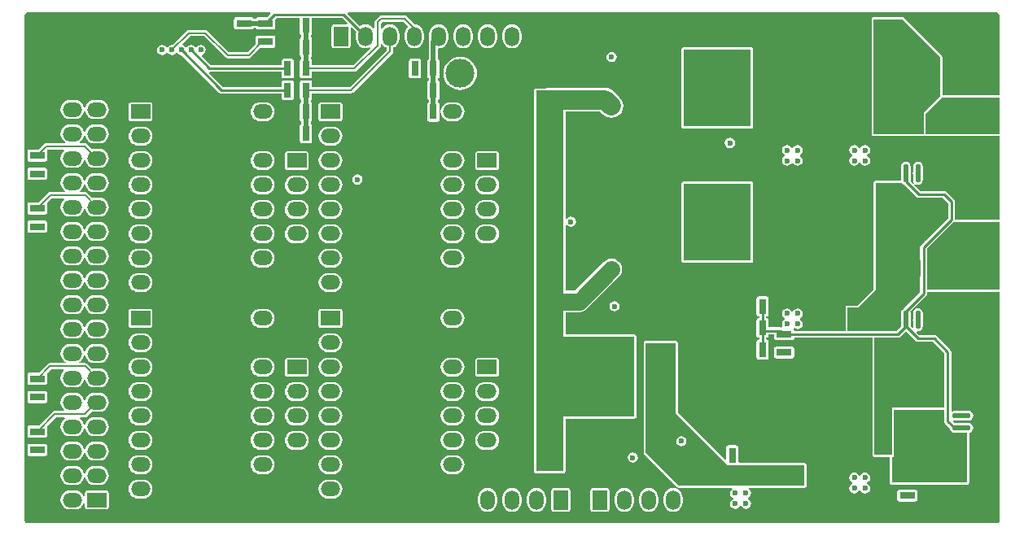
<source format=gbl>
G04 Layer_Physical_Order=4*
G04 Layer_Color=16711680*
%FSLAX44Y44*%
%MOMM*%
G71*
G01*
G75*
%ADD10R,1.6000X0.8000*%
%ADD12R,0.8000X1.6000*%
%ADD21C,0.5000*%
%ADD22C,0.2032*%
%ADD24C,1.7500*%
%ADD25C,2.0000*%
%ADD26C,3.0000*%
%ADD27C,1.5000*%
%ADD28R,2.0000X1.5000*%
%ADD29O,2.0000X1.5000*%
%ADD30R,1.5000X2.0000*%
%ADD31O,1.5000X2.0000*%
%ADD32C,0.6000*%
%ADD33C,2.0000*%
%ADD34O,0.5500X1.9500*%
%ADD35R,0.5500X1.9500*%
%ADD36O,1.9500X0.5500*%
%ADD37R,1.9500X0.5500*%
%ADD38R,1.5000X3.2000*%
%ADD39R,7.0000X8.0000*%
%ADD40R,3.0000X1.6000*%
%ADD41C,0.2540*%
G36*
X1208374Y358000D02*
X1208374Y358000D01*
X1208650Y356613D01*
X1209436Y355436D01*
X1214475Y350397D01*
X1214756Y348985D01*
X1215869Y347319D01*
X1217535Y346206D01*
X1219500Y345815D01*
X1232000D01*
Y294000D01*
X1154000D01*
Y320669D01*
X1154892Y320847D01*
X1155648Y321352D01*
X1156153Y322108D01*
X1156331Y323000D01*
Y369669D01*
X1208374D01*
Y358000D01*
D02*
G37*
G36*
X587672Y772201D02*
X587146Y770931D01*
X573500D01*
X572608Y770753D01*
X571852Y770248D01*
X571347Y769492D01*
X571169Y768600D01*
Y748600D01*
X571347Y747708D01*
X571852Y746952D01*
X572608Y746447D01*
X573500Y746269D01*
X588500D01*
X589392Y746447D01*
X590148Y746952D01*
X590653Y747708D01*
X590831Y748600D01*
Y767246D01*
X592101Y767772D01*
X596791Y763082D01*
X596530Y761100D01*
Y756100D01*
X596866Y753545D01*
X597852Y751165D01*
X599421Y749120D01*
X601465Y747552D01*
X603845Y746566D01*
X606400Y746229D01*
X608955Y746566D01*
X610754Y747311D01*
X611473Y746235D01*
X593605Y728367D01*
X550831D01*
Y733000D01*
X550653Y733892D01*
X550148Y734648D01*
X549392Y735153D01*
X549380Y735156D01*
Y737344D01*
X549392Y737347D01*
X550148Y737852D01*
X550653Y738608D01*
X550831Y739500D01*
Y755500D01*
X550653Y756392D01*
X550148Y757148D01*
X549392Y757653D01*
X549380Y757656D01*
Y759844D01*
X549392Y759847D01*
X550148Y760352D01*
X550653Y761108D01*
X550831Y762000D01*
Y777374D01*
X582498D01*
X587672Y772201D01*
D02*
G37*
G36*
X1178436Y441436D02*
X1178436Y441436D01*
X1179141Y440965D01*
X1179613Y440650D01*
X1181000Y440374D01*
X1196498D01*
X1208374Y428498D01*
Y372000D01*
X1154000D01*
Y323000D01*
X1136000D01*
X1136000Y444874D01*
X1160500D01*
X1160500Y444874D01*
X1161888Y445150D01*
X1163064Y445936D01*
X1168500Y451372D01*
X1178436Y441436D01*
D02*
G37*
G36*
X255000Y783351D02*
X255000Y783351D01*
X255000Y783351D01*
X507064D01*
X507550Y782177D01*
X503703Y778331D01*
X494500D01*
X493608Y778153D01*
X492852Y777648D01*
X492347Y776892D01*
X492344Y776880D01*
X490156D01*
X490153Y776892D01*
X489648Y777648D01*
X488892Y778153D01*
X488000Y778331D01*
X472000D01*
X471108Y778153D01*
X470352Y777648D01*
X469847Y776892D01*
X469669Y776000D01*
Y768000D01*
X469847Y767108D01*
X470352Y766352D01*
X471108Y765847D01*
X472000Y765669D01*
X488000D01*
X488892Y765847D01*
X489648Y766352D01*
X490153Y767108D01*
X490156Y767120D01*
X492344D01*
X492347Y767108D01*
X492852Y766352D01*
X493608Y765847D01*
X494500Y765669D01*
X510500D01*
X511392Y765847D01*
X512148Y766352D01*
X512653Y767108D01*
X512831Y768000D01*
Y776000D01*
X512793Y776191D01*
X513736Y777366D01*
X513754Y777374D01*
X538169D01*
Y762000D01*
X538347Y761108D01*
X538852Y760352D01*
X539608Y759847D01*
X539620Y759844D01*
Y757656D01*
X539608Y757653D01*
X538852Y757148D01*
X538347Y756392D01*
X538169Y755500D01*
Y739500D01*
X538347Y738608D01*
X538852Y737852D01*
X539608Y737347D01*
X539620Y737344D01*
Y735156D01*
X539608Y735153D01*
X538852Y734648D01*
X538347Y733892D01*
X538169Y733000D01*
Y717000D01*
X538347Y716108D01*
X538852Y715352D01*
X539608Y714847D01*
X540500Y714669D01*
X548500D01*
X549392Y714847D01*
X550148Y715352D01*
X550653Y716108D01*
X550831Y717000D01*
Y721633D01*
X595000D01*
X596288Y721890D01*
X597381Y722619D01*
X621381Y746619D01*
X622110Y747712D01*
X622367Y749000D01*
Y750232D01*
X623637Y750663D01*
X624821Y749120D01*
X626865Y747552D01*
X628433Y746902D01*
Y744194D01*
X590105Y705867D01*
X550831D01*
Y710500D01*
X550653Y711392D01*
X550148Y712148D01*
X549392Y712653D01*
X548500Y712831D01*
X540500D01*
X539608Y712653D01*
X538852Y712148D01*
X538347Y711392D01*
X538169Y710500D01*
Y694500D01*
X538347Y693608D01*
X538852Y692852D01*
X539608Y692347D01*
X539620Y692344D01*
Y690156D01*
X539608Y690153D01*
X538852Y689648D01*
X538347Y688892D01*
X538169Y688000D01*
Y672000D01*
X538347Y671108D01*
X538852Y670352D01*
X539608Y669847D01*
X539620Y669844D01*
Y667656D01*
X539608Y667653D01*
X538852Y667148D01*
X538347Y666392D01*
X538169Y665500D01*
Y649500D01*
X538347Y648608D01*
X538852Y647852D01*
X539608Y647347D01*
X540500Y647169D01*
X548500D01*
X549392Y647347D01*
X550148Y647852D01*
X550653Y648608D01*
X550831Y649500D01*
Y665500D01*
X550653Y666392D01*
X550148Y667148D01*
X549392Y667653D01*
X549380Y667656D01*
Y669844D01*
X549392Y669847D01*
X550148Y670352D01*
X550653Y671108D01*
X550831Y672000D01*
Y688000D01*
X550653Y688892D01*
X550148Y689648D01*
X549392Y690153D01*
X549380Y690156D01*
Y692344D01*
X549392Y692347D01*
X550148Y692852D01*
X550653Y693608D01*
X550831Y694500D01*
Y699133D01*
X591500D01*
X592788Y699390D01*
X593881Y700119D01*
X634181Y740419D01*
X634910Y741512D01*
X635167Y742800D01*
Y746902D01*
X636735Y747552D01*
X638779Y749120D01*
X640348Y751165D01*
X641334Y753545D01*
X641670Y756100D01*
Y761100D01*
X641334Y763655D01*
X640348Y766035D01*
X638779Y768080D01*
X636735Y769648D01*
X634355Y770634D01*
X631800Y770971D01*
X629245Y770634D01*
X626865Y769648D01*
X624821Y768080D01*
X623637Y766537D01*
X622367Y766968D01*
Y771733D01*
X624267Y773633D01*
X645605D01*
X650278Y768960D01*
X650220Y768080D01*
X648652Y766035D01*
X647666Y763655D01*
X647330Y761100D01*
Y756100D01*
X647666Y753545D01*
X648652Y751165D01*
X650220Y749120D01*
X652265Y747552D01*
X654645Y746566D01*
X657200Y746229D01*
X659755Y746566D01*
X662135Y747552D01*
X664180Y749120D01*
X665748Y751165D01*
X666734Y753545D01*
X667070Y756100D01*
Y761100D01*
X666734Y763655D01*
X665748Y766035D01*
X664180Y768080D01*
X662135Y769648D01*
X659755Y770634D01*
X657880Y770881D01*
X649381Y779381D01*
X648288Y780110D01*
X647000Y780367D01*
X622873D01*
X621584Y780110D01*
X620492Y779381D01*
X616619Y775508D01*
X615890Y774416D01*
X615633Y773128D01*
Y767228D01*
X614363Y766797D01*
X613380Y768080D01*
X611335Y769648D01*
X608955Y770634D01*
X606400Y770971D01*
X603845Y770634D01*
X601465Y769648D01*
X600907Y769220D01*
X587950Y782177D01*
X588436Y783351D01*
X1263000Y783351D01*
X1263567Y783351D01*
X1264615Y782916D01*
X1265417Y782115D01*
X1265851Y781067D01*
X1265851Y780500D01*
Y697331D01*
X1206331D01*
Y737000D01*
X1206153Y737892D01*
X1205648Y738648D01*
X1166648Y777648D01*
X1165892Y778153D01*
X1165000Y778331D01*
X1135000D01*
X1134108Y778153D01*
X1133352Y777648D01*
X1132847Y776892D01*
X1132669Y776000D01*
Y657000D01*
X1132847Y656108D01*
X1133352Y655352D01*
X1134108Y654847D01*
X1135000Y654669D01*
X1187000Y654669D01*
X1187892Y654847D01*
X1188165Y655029D01*
X1188439Y654847D01*
X1189331Y654669D01*
X1265851D01*
Y567331D01*
X1220175D01*
X1219626Y568000D01*
Y586000D01*
X1219626Y586000D01*
X1219350Y587388D01*
X1218564Y588564D01*
X1218564Y588564D01*
X1210564Y596564D01*
X1209388Y597350D01*
X1208000Y597626D01*
X1208000Y597626D01*
X1183502D01*
X1176815Y604312D01*
X1177625Y605299D01*
X1179185Y604256D01*
X1181150Y603865D01*
X1183115Y604256D01*
X1184781Y605369D01*
X1185894Y607035D01*
X1186285Y609000D01*
Y614719D01*
X1186540Y616000D01*
X1186285Y617281D01*
Y623000D01*
X1185894Y624965D01*
X1184781Y626631D01*
X1183115Y627744D01*
X1181150Y628135D01*
X1179185Y627744D01*
X1177519Y626631D01*
X1176406Y624965D01*
X1176015Y623000D01*
Y617281D01*
X1175760Y616000D01*
X1176015Y614719D01*
Y609000D01*
X1176406Y607035D01*
X1177449Y605475D01*
X1176462Y604665D01*
X1173343Y607785D01*
X1173585Y609000D01*
Y623000D01*
X1173194Y624965D01*
X1172081Y626631D01*
X1170415Y627744D01*
X1168450Y628135D01*
X1166485Y627744D01*
X1164819Y626631D01*
X1163706Y624965D01*
X1163315Y623000D01*
Y609601D01*
X1162323Y608331D01*
X1152500D01*
X1152500Y608331D01*
X1137500D01*
X1137500Y608331D01*
X1137000D01*
X1136108Y608153D01*
X1135352Y607648D01*
X1134847Y606892D01*
X1134669Y606000D01*
X1134669Y494966D01*
X1118035Y478331D01*
X1108000D01*
X1107108Y478153D01*
X1106352Y477648D01*
X1105847Y476892D01*
X1105669Y476000D01*
Y452126D01*
X1052331D01*
Y452500D01*
X1052153Y453392D01*
X1051799Y453922D01*
X1052715Y454838D01*
X1053938Y454021D01*
X1056000Y453610D01*
X1058063Y454021D01*
X1059811Y455189D01*
X1060979Y456937D01*
X1061389Y459000D01*
X1060979Y461063D01*
X1059811Y462811D01*
X1058339Y463794D01*
X1058241Y464229D01*
Y464771D01*
X1058339Y465206D01*
X1059811Y466189D01*
X1060979Y467938D01*
X1061389Y470000D01*
X1060979Y472062D01*
X1059811Y473811D01*
X1058063Y474979D01*
X1056000Y475390D01*
X1053938Y474979D01*
X1052189Y473811D01*
X1051206Y472339D01*
X1050771Y472241D01*
X1050229D01*
X1049794Y472339D01*
X1048811Y473811D01*
X1047063Y474979D01*
X1045000Y475390D01*
X1042937Y474979D01*
X1041189Y473811D01*
X1040021Y472062D01*
X1039610Y470000D01*
X1040021Y467938D01*
X1041189Y466189D01*
X1042661Y465206D01*
X1042759Y464771D01*
Y464229D01*
X1042661Y463794D01*
X1041189Y462811D01*
X1040021Y461063D01*
X1039610Y459000D01*
X1040021Y456937D01*
X1040341Y456458D01*
X1039503Y455426D01*
X1038500Y455626D01*
X1038500Y455626D01*
X1025831D01*
Y463000D01*
X1025653Y463892D01*
X1025148Y464648D01*
X1024392Y465153D01*
X1023500Y465331D01*
X1023126D01*
Y467169D01*
X1023500D01*
X1024392Y467347D01*
X1025148Y467852D01*
X1025653Y468608D01*
X1025831Y469500D01*
Y485500D01*
X1025653Y486392D01*
X1025148Y487148D01*
X1024392Y487653D01*
X1023500Y487831D01*
X1015500D01*
X1014608Y487653D01*
X1013852Y487148D01*
X1013347Y486392D01*
X1013169Y485500D01*
Y469500D01*
X1013347Y468608D01*
X1013852Y467852D01*
X1014608Y467347D01*
X1015500Y467169D01*
X1015874D01*
Y465331D01*
X1015500D01*
X1014608Y465153D01*
X1013852Y464648D01*
X1013347Y463892D01*
X1013169Y463000D01*
Y447000D01*
X1013347Y446108D01*
X1013852Y445352D01*
X1014608Y444847D01*
X1015500Y444669D01*
X1015874D01*
Y442831D01*
X1015500D01*
X1014608Y442653D01*
X1013852Y442148D01*
X1013347Y441392D01*
X1013169Y440500D01*
Y424500D01*
X1013347Y423608D01*
X1013852Y422852D01*
X1014608Y422347D01*
X1015500Y422169D01*
X1023500D01*
X1024392Y422347D01*
X1025148Y422852D01*
X1025653Y423608D01*
X1025831Y424500D01*
Y440500D01*
X1025653Y441392D01*
X1025148Y442148D01*
X1024392Y442653D01*
X1023500Y442831D01*
X1023126D01*
Y444669D01*
X1023500D01*
X1024392Y444847D01*
X1025148Y445352D01*
X1025653Y446108D01*
X1025831Y447000D01*
Y448374D01*
X1031669D01*
Y444500D01*
X1031847Y443608D01*
X1032352Y442852D01*
X1033108Y442347D01*
X1034000Y442169D01*
X1050000D01*
X1050892Y442347D01*
X1051648Y442852D01*
X1052153Y443608D01*
X1052331Y444500D01*
Y444874D01*
X1133669D01*
X1133669Y323000D01*
X1133847Y322108D01*
X1134352Y321352D01*
X1135108Y320847D01*
X1136000Y320669D01*
X1151669D01*
Y294000D01*
X1151847Y293108D01*
X1152352Y292352D01*
X1153108Y291847D01*
X1154000Y291669D01*
X1232000D01*
X1232892Y291847D01*
X1233648Y292352D01*
X1234153Y293108D01*
X1234331Y294000D01*
Y345815D01*
X1234299Y345974D01*
X1235465Y346206D01*
X1237131Y347319D01*
X1238244Y348985D01*
X1238635Y350950D01*
X1238244Y352915D01*
X1237131Y354581D01*
X1235465Y355694D01*
X1233500Y356085D01*
X1219500D01*
X1219119Y356009D01*
X1217512Y357616D01*
X1218137Y358787D01*
X1219500Y358515D01*
X1225219D01*
X1226500Y358260D01*
X1227782Y358515D01*
X1233500D01*
X1235465Y358906D01*
X1237131Y360019D01*
X1238244Y361685D01*
X1238635Y363650D01*
X1238244Y365615D01*
X1237131Y367281D01*
X1235465Y368394D01*
X1233500Y368785D01*
X1227782D01*
X1226500Y369039D01*
X1225219Y368785D01*
X1219500D01*
X1217535Y368394D01*
X1216896Y367966D01*
X1215626Y368645D01*
Y430000D01*
X1215626Y430000D01*
X1215350Y431387D01*
X1214564Y432564D01*
X1214564Y432564D01*
X1200564Y446564D01*
X1199388Y447350D01*
X1198000Y447626D01*
X1198000Y447626D01*
X1182502D01*
X1179786Y450342D01*
X1180411Y451512D01*
X1181150Y451365D01*
X1183115Y451756D01*
X1184781Y452869D01*
X1185894Y454535D01*
X1186285Y456500D01*
Y462219D01*
X1186540Y463500D01*
X1186285Y464781D01*
Y470500D01*
X1185894Y472465D01*
X1184781Y474131D01*
X1183115Y475244D01*
X1181150Y475635D01*
X1179185Y475244D01*
X1177519Y474131D01*
X1176406Y472465D01*
X1176015Y470500D01*
Y464781D01*
X1175760Y463500D01*
X1176015Y462219D01*
Y456500D01*
X1176162Y455761D01*
X1174992Y455136D01*
X1173585Y456543D01*
Y470500D01*
X1173260Y472132D01*
X1189564Y488436D01*
X1190350Y489613D01*
X1190626Y491000D01*
X1190626Y491000D01*
Y492669D01*
X1265851D01*
Y254500D01*
X1265851Y253933D01*
X1265416Y252885D01*
X1264615Y252083D01*
X1263567Y251649D01*
X255000D01*
X254333Y251649D01*
X253102Y252160D01*
X252160Y253102D01*
X251649Y254333D01*
Y255000D01*
X251649Y780000D01*
X251649Y780000D01*
X251649Y780000D01*
X251649Y780667D01*
X252160Y781898D01*
X253102Y782840D01*
X254333Y783351D01*
X255000Y783351D01*
D02*
G37*
G36*
X1164398Y606000D02*
X1164819Y605369D01*
X1166485Y604256D01*
X1166649Y604224D01*
X1179436Y591436D01*
X1180612Y590650D01*
X1182000Y590374D01*
X1182000Y590374D01*
X1206498D01*
X1212374Y584498D01*
Y569502D01*
X1188873Y546000D01*
X1188000Y546000D01*
Y545127D01*
X1184436Y541564D01*
X1183650Y540387D01*
X1183374Y539000D01*
X1183374Y539000D01*
Y492502D01*
X1165886Y475014D01*
X1165681Y474706D01*
X1164819Y474131D01*
X1163706Y472465D01*
X1163315Y470500D01*
Y456500D01*
X1163325Y456452D01*
X1158998Y452126D01*
X1108000D01*
Y476000D01*
X1119000D01*
X1137000Y494000D01*
X1137000Y606000D01*
X1164398Y606000D01*
D02*
G37*
G36*
X1265851Y657000D02*
X1189331D01*
Y678035D01*
X1205648Y694352D01*
X1206081Y695000D01*
X1265851D01*
Y657000D01*
D02*
G37*
G36*
X1204000Y737000D02*
Y696000D01*
X1187000Y679000D01*
Y657000D01*
X1135000Y657000D01*
Y776000D01*
X1165000D01*
X1204000Y737000D01*
D02*
G37*
G36*
X1265851Y495000D02*
X1190626D01*
Y537498D01*
X1218128Y565000D01*
X1265851D01*
Y495000D01*
D02*
G37*
%LPC*%
G36*
X329500Y387470D02*
X324500D01*
X321945Y387134D01*
X319565Y386148D01*
X317521Y384580D01*
X315952Y382535D01*
X314966Y380155D01*
X314940Y379962D01*
X313659D01*
X313634Y380155D01*
X312648Y382535D01*
X311080Y384580D01*
X309035Y386148D01*
X306655Y387134D01*
X304100Y387470D01*
X299100D01*
X296545Y387134D01*
X294165Y386148D01*
X292120Y384580D01*
X290552Y382535D01*
X289566Y380155D01*
X289230Y377600D01*
X289566Y375045D01*
X290552Y372665D01*
X292120Y370620D01*
X293403Y369637D01*
X292972Y368367D01*
X283000D01*
X281712Y368110D01*
X280619Y367381D01*
X266570Y353331D01*
X257000D01*
X256108Y353153D01*
X255352Y352648D01*
X254847Y351892D01*
X254669Y351000D01*
Y343000D01*
X254847Y342108D01*
X255352Y341352D01*
X256108Y340847D01*
X257000Y340669D01*
X273000D01*
X273892Y340847D01*
X274648Y341352D01*
X275153Y342108D01*
X275331Y343000D01*
Y351000D01*
X275153Y351892D01*
X274953Y352192D01*
X284395Y361633D01*
X293232D01*
X293663Y360363D01*
X292120Y359179D01*
X290552Y357135D01*
X289566Y354755D01*
X289230Y352200D01*
X289566Y349645D01*
X290552Y347265D01*
X292120Y345220D01*
X294165Y343652D01*
X296545Y342666D01*
X299100Y342330D01*
X304100D01*
X306655Y342666D01*
X309035Y343652D01*
X311080Y345220D01*
X312648Y347265D01*
X313634Y349645D01*
X313659Y349838D01*
X314940D01*
X314966Y349645D01*
X315952Y347265D01*
X317521Y345220D01*
X319565Y343652D01*
X321945Y342666D01*
X324500Y342330D01*
X329500D01*
X332055Y342666D01*
X334435Y343652D01*
X336479Y345220D01*
X338048Y347265D01*
X339034Y349645D01*
X339370Y352200D01*
X339034Y354755D01*
X338048Y357135D01*
X336479Y359179D01*
X334435Y360748D01*
X332055Y361734D01*
X329500Y362070D01*
X324500D01*
X321945Y361734D01*
X319565Y360748D01*
X317521Y359179D01*
X315952Y357135D01*
X314966Y354755D01*
X314940Y354562D01*
X313659D01*
X313634Y354755D01*
X312648Y357135D01*
X311080Y359179D01*
X309537Y360363D01*
X309968Y361633D01*
X314400D01*
X315688Y361890D01*
X316781Y362619D01*
X322194Y368033D01*
X324500Y367730D01*
X329500D01*
X332055Y368066D01*
X334435Y369052D01*
X336479Y370620D01*
X338048Y372665D01*
X339034Y375045D01*
X339370Y377600D01*
X339034Y380155D01*
X338048Y382535D01*
X336479Y384580D01*
X334435Y386148D01*
X332055Y387134D01*
X329500Y387470D01*
D02*
G37*
G36*
X699500Y398670D02*
X694500D01*
X691945Y398334D01*
X689565Y397348D01*
X687521Y395779D01*
X685952Y393735D01*
X684966Y391355D01*
X684630Y388800D01*
X684966Y386245D01*
X685952Y383865D01*
X687521Y381820D01*
X689565Y380252D01*
X691945Y379266D01*
X694500Y378930D01*
X699500D01*
X702055Y379266D01*
X704435Y380252D01*
X706479Y381820D01*
X708048Y383865D01*
X709034Y386245D01*
X709370Y388800D01*
X709034Y391355D01*
X708048Y393735D01*
X706479Y395779D01*
X704435Y397348D01*
X702055Y398334D01*
X699500Y398670D01*
D02*
G37*
G36*
X545000Y423931D02*
X525000D01*
X524108Y423753D01*
X523352Y423248D01*
X522847Y422492D01*
X522669Y421600D01*
Y406600D01*
X522847Y405708D01*
X523352Y404952D01*
X524108Y404447D01*
X525000Y404269D01*
X545000D01*
X545892Y404447D01*
X546648Y404952D01*
X547153Y405708D01*
X547331Y406600D01*
Y421600D01*
X547153Y422492D01*
X546648Y423248D01*
X545892Y423753D01*
X545000Y423931D01*
D02*
G37*
G36*
X743000D02*
X723000D01*
X722108Y423753D01*
X721352Y423248D01*
X720847Y422492D01*
X720669Y421600D01*
Y406600D01*
X720847Y405708D01*
X721352Y404952D01*
X722108Y404447D01*
X723000Y404269D01*
X743000D01*
X743892Y404447D01*
X744648Y404952D01*
X745153Y405708D01*
X745331Y406600D01*
Y421600D01*
X745153Y422492D01*
X744648Y423248D01*
X743892Y423753D01*
X743000Y423931D01*
D02*
G37*
G36*
X572500Y398670D02*
X567500D01*
X564945Y398334D01*
X562565Y397348D01*
X560521Y395779D01*
X558952Y393735D01*
X557966Y391355D01*
X557630Y388800D01*
X557966Y386245D01*
X558952Y383865D01*
X560521Y381820D01*
X562565Y380252D01*
X564945Y379266D01*
X567500Y378930D01*
X572500D01*
X575055Y379266D01*
X577435Y380252D01*
X579479Y381820D01*
X581048Y383865D01*
X582034Y386245D01*
X582370Y388800D01*
X582034Y391355D01*
X581048Y393735D01*
X579479Y395779D01*
X577435Y397348D01*
X575055Y398334D01*
X572500Y398670D01*
D02*
G37*
G36*
X699500Y373270D02*
X694500D01*
X691945Y372934D01*
X689565Y371948D01*
X687521Y370379D01*
X685952Y368335D01*
X684966Y365955D01*
X684630Y363400D01*
X684966Y360845D01*
X685952Y358465D01*
X687521Y356421D01*
X689565Y354852D01*
X691945Y353866D01*
X694500Y353530D01*
X699500D01*
X702055Y353866D01*
X704435Y354852D01*
X706479Y356421D01*
X708048Y358465D01*
X709034Y360845D01*
X709370Y363400D01*
X709034Y365955D01*
X708048Y368335D01*
X706479Y370379D01*
X704435Y371948D01*
X702055Y372934D01*
X699500Y373270D01*
D02*
G37*
G36*
X273000Y389331D02*
X257000D01*
X256108Y389153D01*
X255352Y388648D01*
X254847Y387892D01*
X254669Y387000D01*
Y379000D01*
X254847Y378108D01*
X255352Y377352D01*
X256108Y376847D01*
X257000Y376669D01*
X264704D01*
X265000Y376610D01*
X265296Y376669D01*
X273000D01*
X273892Y376847D01*
X274648Y377352D01*
X275153Y378108D01*
X275331Y379000D01*
Y387000D01*
X275153Y387892D01*
X274648Y388648D01*
X273892Y389153D01*
X273000Y389331D01*
D02*
G37*
G36*
X502000Y373270D02*
X497000D01*
X494445Y372934D01*
X492065Y371948D01*
X490020Y370379D01*
X488452Y368335D01*
X487466Y365955D01*
X487130Y363400D01*
X487466Y360845D01*
X488452Y358465D01*
X490020Y356421D01*
X492065Y354852D01*
X494445Y353866D01*
X497000Y353530D01*
X502000D01*
X504555Y353866D01*
X506935Y354852D01*
X508979Y356421D01*
X510548Y358465D01*
X511534Y360845D01*
X511870Y363400D01*
X511534Y365955D01*
X510548Y368335D01*
X508979Y370379D01*
X506935Y371948D01*
X504555Y372934D01*
X502000Y373270D01*
D02*
G37*
G36*
X572500D02*
X567500D01*
X564945Y372934D01*
X562565Y371948D01*
X560521Y370379D01*
X558952Y368335D01*
X557966Y365955D01*
X557630Y363400D01*
X557966Y360845D01*
X558952Y358465D01*
X560521Y356421D01*
X562565Y354852D01*
X564945Y353866D01*
X567500Y353530D01*
X572500D01*
X575055Y353866D01*
X577435Y354852D01*
X579479Y356421D01*
X581048Y358465D01*
X582034Y360845D01*
X582370Y363400D01*
X582034Y365955D01*
X581048Y368335D01*
X579479Y370379D01*
X577435Y371948D01*
X575055Y372934D01*
X572500Y373270D01*
D02*
G37*
G36*
X375000Y398670D02*
X370000D01*
X367445Y398334D01*
X365065Y397348D01*
X363021Y395779D01*
X361452Y393735D01*
X360466Y391355D01*
X360130Y388800D01*
X360466Y386245D01*
X361452Y383865D01*
X363021Y381820D01*
X365065Y380252D01*
X367445Y379266D01*
X370000Y378930D01*
X375000D01*
X377555Y379266D01*
X379935Y380252D01*
X381979Y381820D01*
X383548Y383865D01*
X384534Y386245D01*
X384870Y388800D01*
X384534Y391355D01*
X383548Y393735D01*
X381979Y395779D01*
X379935Y397348D01*
X377555Y398334D01*
X375000Y398670D01*
D02*
G37*
G36*
X502000D02*
X497000D01*
X494445Y398334D01*
X492065Y397348D01*
X490020Y395779D01*
X488452Y393735D01*
X487466Y391355D01*
X487130Y388800D01*
X487466Y386245D01*
X488452Y383865D01*
X490020Y381820D01*
X492065Y380252D01*
X494445Y379266D01*
X497000Y378930D01*
X502000D01*
X504555Y379266D01*
X506935Y380252D01*
X508979Y381820D01*
X510548Y383865D01*
X511534Y386245D01*
X511870Y388800D01*
X511534Y391355D01*
X510548Y393735D01*
X508979Y395779D01*
X506935Y397348D01*
X504555Y398334D01*
X502000Y398670D01*
D02*
G37*
G36*
X537500Y398570D02*
X532500D01*
X529945Y398234D01*
X527565Y397248D01*
X525521Y395680D01*
X523952Y393635D01*
X522966Y391255D01*
X522630Y388700D01*
X522966Y386145D01*
X523952Y383765D01*
X525521Y381721D01*
X527565Y380152D01*
X529945Y379166D01*
X532500Y378830D01*
X537500D01*
X540055Y379166D01*
X542435Y380152D01*
X544479Y381721D01*
X546048Y383765D01*
X547034Y386145D01*
X547370Y388700D01*
X547034Y391255D01*
X546048Y393635D01*
X544479Y395680D01*
X542435Y397248D01*
X540055Y398234D01*
X537500Y398570D01*
D02*
G37*
G36*
X735500D02*
X730500D01*
X727945Y398234D01*
X725565Y397248D01*
X723521Y395680D01*
X721952Y393635D01*
X720966Y391255D01*
X720630Y388700D01*
X720966Y386145D01*
X721952Y383765D01*
X723521Y381721D01*
X725565Y380152D01*
X727945Y379166D01*
X730500Y378830D01*
X735500D01*
X738055Y379166D01*
X740435Y380152D01*
X742479Y381721D01*
X744048Y383765D01*
X745034Y386145D01*
X745370Y388700D01*
X745034Y391255D01*
X744048Y393635D01*
X742479Y395680D01*
X740435Y397248D01*
X738055Y398234D01*
X735500Y398570D01*
D02*
G37*
G36*
X699500Y474870D02*
X694500D01*
X691945Y474534D01*
X689565Y473548D01*
X687521Y471979D01*
X685952Y469935D01*
X684966Y467555D01*
X684630Y465000D01*
X684966Y462445D01*
X685952Y460065D01*
X687521Y458021D01*
X689565Y456452D01*
X691945Y455466D01*
X694500Y455130D01*
X699500D01*
X702055Y455466D01*
X704435Y456452D01*
X706479Y458021D01*
X708048Y460065D01*
X709034Y462445D01*
X709370Y465000D01*
X709034Y467555D01*
X708048Y469935D01*
X706479Y471979D01*
X704435Y473548D01*
X702055Y474534D01*
X699500Y474870D01*
D02*
G37*
G36*
X502000D02*
X497000D01*
X494445Y474534D01*
X492065Y473548D01*
X490020Y471979D01*
X488452Y469935D01*
X487466Y467555D01*
X487130Y465000D01*
X487466Y462445D01*
X488452Y460065D01*
X490020Y458021D01*
X492065Y456452D01*
X494445Y455466D01*
X497000Y455130D01*
X502000D01*
X504555Y455466D01*
X506935Y456452D01*
X508979Y458021D01*
X510548Y460065D01*
X511534Y462445D01*
X511870Y465000D01*
X511534Y467555D01*
X510548Y469935D01*
X508979Y471979D01*
X506935Y473548D01*
X504555Y474534D01*
X502000Y474870D01*
D02*
G37*
G36*
X329500Y438270D02*
X324500D01*
X321945Y437934D01*
X319565Y436948D01*
X317521Y435379D01*
X315952Y433335D01*
X314966Y430955D01*
X314940Y430762D01*
X313659D01*
X313634Y430955D01*
X312648Y433335D01*
X311080Y435379D01*
X309035Y436948D01*
X306655Y437934D01*
X304100Y438270D01*
X299100D01*
X296545Y437934D01*
X294165Y436948D01*
X292120Y435379D01*
X290552Y433335D01*
X289566Y430955D01*
X289230Y428400D01*
X289566Y425845D01*
X290552Y423465D01*
X292120Y421421D01*
X294165Y419852D01*
X294684Y419637D01*
X294432Y418367D01*
X278000D01*
X276712Y418110D01*
X275619Y417381D01*
X266570Y408331D01*
X257000D01*
X256108Y408153D01*
X255352Y407648D01*
X254847Y406892D01*
X254669Y406000D01*
Y398000D01*
X254847Y397108D01*
X255352Y396352D01*
X256108Y395847D01*
X257000Y395669D01*
X273000D01*
X273892Y395847D01*
X274648Y396352D01*
X275153Y397108D01*
X275331Y398000D01*
Y406000D01*
X275153Y406892D01*
X274953Y407192D01*
X279395Y411633D01*
X292190D01*
X292621Y410363D01*
X292120Y409980D01*
X290552Y407935D01*
X289566Y405555D01*
X289230Y403000D01*
X289566Y400445D01*
X290552Y398065D01*
X292120Y396021D01*
X294165Y394452D01*
X296545Y393466D01*
X299100Y393130D01*
X304100D01*
X306655Y393466D01*
X309035Y394452D01*
X311080Y396021D01*
X312648Y398065D01*
X313634Y400445D01*
X313659Y400638D01*
X314940D01*
X314966Y400445D01*
X315952Y398065D01*
X317521Y396021D01*
X319565Y394452D01*
X321945Y393466D01*
X324500Y393130D01*
X329500D01*
X332055Y393466D01*
X334435Y394452D01*
X336479Y396021D01*
X338048Y398065D01*
X339034Y400445D01*
X339370Y403000D01*
X339034Y405555D01*
X338048Y407935D01*
X336479Y409980D01*
X334435Y411548D01*
X332055Y412534D01*
X329500Y412870D01*
X324500D01*
X322194Y412567D01*
X317381Y417381D01*
X316288Y418110D01*
X315000Y418367D01*
X308768D01*
X308516Y419637D01*
X309035Y419852D01*
X311080Y421421D01*
X312648Y423465D01*
X313634Y425845D01*
X313659Y426038D01*
X314940D01*
X314966Y425845D01*
X315952Y423465D01*
X317521Y421421D01*
X319565Y419852D01*
X321945Y418866D01*
X324500Y418530D01*
X329500D01*
X332055Y418866D01*
X334435Y419852D01*
X336479Y421421D01*
X338048Y423465D01*
X339034Y425845D01*
X339370Y428400D01*
X339034Y430955D01*
X338048Y433335D01*
X336479Y435379D01*
X334435Y436948D01*
X332055Y437934D01*
X329500Y438270D01*
D02*
G37*
G36*
X382500Y474831D02*
X362500D01*
X361608Y474653D01*
X360852Y474148D01*
X360347Y473392D01*
X360169Y472500D01*
Y457500D01*
X360347Y456608D01*
X360852Y455852D01*
X361608Y455347D01*
X362500Y455169D01*
X382500D01*
X383392Y455347D01*
X384148Y455852D01*
X384653Y456608D01*
X384831Y457500D01*
Y472500D01*
X384653Y473392D01*
X384148Y474148D01*
X383392Y474653D01*
X382500Y474831D01*
D02*
G37*
G36*
X865500Y482890D02*
X863438Y482479D01*
X861689Y481311D01*
X860521Y479562D01*
X860110Y477500D01*
X860521Y475438D01*
X861689Y473689D01*
X863438Y472521D01*
X865500Y472110D01*
X867562Y472521D01*
X869311Y473689D01*
X870479Y475438D01*
X870890Y477500D01*
X870479Y479562D01*
X869311Y481311D01*
X867562Y482479D01*
X865500Y482890D01*
D02*
G37*
G36*
X329500Y463670D02*
X324500D01*
X321945Y463334D01*
X319565Y462348D01*
X317521Y460779D01*
X315952Y458735D01*
X314966Y456355D01*
X314940Y456162D01*
X313659D01*
X313634Y456355D01*
X312648Y458735D01*
X311080Y460779D01*
X309035Y462348D01*
X306655Y463334D01*
X304100Y463670D01*
X299100D01*
X296545Y463334D01*
X294165Y462348D01*
X292120Y460779D01*
X290552Y458735D01*
X289566Y456355D01*
X289230Y453800D01*
X289566Y451245D01*
X290552Y448865D01*
X292120Y446820D01*
X294165Y445252D01*
X296545Y444266D01*
X299100Y443930D01*
X304100D01*
X306655Y444266D01*
X309035Y445252D01*
X311080Y446820D01*
X312648Y448865D01*
X313634Y451245D01*
X313659Y451438D01*
X314940D01*
X314966Y451245D01*
X315952Y448865D01*
X317521Y446820D01*
X319565Y445252D01*
X321945Y444266D01*
X324500Y443930D01*
X329500D01*
X332055Y444266D01*
X334435Y445252D01*
X336479Y446820D01*
X338048Y448865D01*
X339034Y451245D01*
X339370Y453800D01*
X339034Y456355D01*
X338048Y458735D01*
X336479Y460779D01*
X334435Y462348D01*
X332055Y463334D01*
X329500Y463670D01*
D02*
G37*
G36*
X580000Y474831D02*
X560000D01*
X559108Y474653D01*
X558352Y474148D01*
X557847Y473392D01*
X557669Y472500D01*
Y457500D01*
X557847Y456608D01*
X558352Y455852D01*
X559108Y455347D01*
X560000Y455169D01*
X580000D01*
X580892Y455347D01*
X581648Y455852D01*
X582153Y456608D01*
X582331Y457500D01*
Y472500D01*
X582153Y473392D01*
X581648Y474148D01*
X580892Y474653D01*
X580000Y474831D01*
D02*
G37*
G36*
X572500Y424070D02*
X567500D01*
X564945Y423734D01*
X562565Y422748D01*
X560521Y421180D01*
X558952Y419135D01*
X557966Y416755D01*
X557630Y414200D01*
X557966Y411645D01*
X558952Y409265D01*
X560521Y407220D01*
X562565Y405652D01*
X564945Y404666D01*
X567500Y404330D01*
X572500D01*
X575055Y404666D01*
X577435Y405652D01*
X579479Y407220D01*
X581048Y409265D01*
X582034Y411645D01*
X582370Y414200D01*
X582034Y416755D01*
X581048Y419135D01*
X579479Y421180D01*
X577435Y422748D01*
X575055Y423734D01*
X572500Y424070D01*
D02*
G37*
G36*
X502000D02*
X497000D01*
X494445Y423734D01*
X492065Y422748D01*
X490020Y421180D01*
X488452Y419135D01*
X487466Y416755D01*
X487130Y414200D01*
X487466Y411645D01*
X488452Y409265D01*
X490020Y407220D01*
X492065Y405652D01*
X494445Y404666D01*
X497000Y404330D01*
X502000D01*
X504555Y404666D01*
X506935Y405652D01*
X508979Y407220D01*
X510548Y409265D01*
X511534Y411645D01*
X511870Y414200D01*
X511534Y416755D01*
X510548Y419135D01*
X508979Y421180D01*
X506935Y422748D01*
X504555Y423734D01*
X502000Y424070D01*
D02*
G37*
G36*
X375000D02*
X370000D01*
X367445Y423734D01*
X365065Y422748D01*
X363021Y421180D01*
X361452Y419135D01*
X360466Y416755D01*
X360130Y414200D01*
X360466Y411645D01*
X361452Y409265D01*
X363021Y407220D01*
X365065Y405652D01*
X367445Y404666D01*
X370000Y404330D01*
X375000D01*
X377555Y404666D01*
X379935Y405652D01*
X381979Y407220D01*
X383548Y409265D01*
X384534Y411645D01*
X384870Y414200D01*
X384534Y416755D01*
X383548Y419135D01*
X381979Y421180D01*
X379935Y422748D01*
X377555Y423734D01*
X375000Y424070D01*
D02*
G37*
G36*
X699500D02*
X694500D01*
X691945Y423734D01*
X689565Y422748D01*
X687521Y421180D01*
X685952Y419135D01*
X684966Y416755D01*
X684630Y414200D01*
X684966Y411645D01*
X685952Y409265D01*
X687521Y407220D01*
X689565Y405652D01*
X691945Y404666D01*
X694500Y404330D01*
X699500D01*
X702055Y404666D01*
X704435Y405652D01*
X706479Y407220D01*
X708048Y409265D01*
X709034Y411645D01*
X709370Y414200D01*
X709034Y416755D01*
X708048Y419135D01*
X706479Y421180D01*
X704435Y422748D01*
X702055Y423734D01*
X699500Y424070D01*
D02*
G37*
G36*
X572500Y449470D02*
X567500D01*
X564945Y449134D01*
X562565Y448148D01*
X560521Y446580D01*
X558952Y444535D01*
X557966Y442155D01*
X557630Y439600D01*
X557966Y437045D01*
X558952Y434665D01*
X560521Y432621D01*
X562565Y431052D01*
X564945Y430066D01*
X567500Y429730D01*
X572500D01*
X575055Y430066D01*
X577435Y431052D01*
X579479Y432621D01*
X581048Y434665D01*
X582034Y437045D01*
X582370Y439600D01*
X582034Y442155D01*
X581048Y444535D01*
X579479Y446580D01*
X577435Y448148D01*
X575055Y449134D01*
X572500Y449470D01*
D02*
G37*
G36*
X375000D02*
X370000D01*
X367445Y449134D01*
X365065Y448148D01*
X363021Y446580D01*
X361452Y444535D01*
X360466Y442155D01*
X360130Y439600D01*
X360466Y437045D01*
X361452Y434665D01*
X363021Y432621D01*
X365065Y431052D01*
X367445Y430066D01*
X370000Y429730D01*
X375000D01*
X377555Y430066D01*
X379935Y431052D01*
X381979Y432621D01*
X383548Y434665D01*
X384534Y437045D01*
X384870Y439600D01*
X384534Y442155D01*
X383548Y444535D01*
X381979Y446580D01*
X379935Y448148D01*
X377555Y449134D01*
X375000Y449470D01*
D02*
G37*
G36*
X1050000Y435831D02*
X1034000D01*
X1033108Y435653D01*
X1032352Y435148D01*
X1031847Y434392D01*
X1031669Y433500D01*
Y425500D01*
X1031847Y424608D01*
X1032352Y423852D01*
X1033108Y423347D01*
X1034000Y423169D01*
X1050000D01*
X1050892Y423347D01*
X1051648Y423852D01*
X1052153Y424608D01*
X1052331Y425500D01*
Y433500D01*
X1052153Y434392D01*
X1051648Y435148D01*
X1050892Y435653D01*
X1050000Y435831D01*
D02*
G37*
G36*
X375000Y373270D02*
X370000D01*
X367445Y372934D01*
X365065Y371948D01*
X363021Y370379D01*
X361452Y368335D01*
X360466Y365955D01*
X360130Y363400D01*
X360466Y360845D01*
X361452Y358465D01*
X363021Y356421D01*
X365065Y354852D01*
X367445Y353866D01*
X370000Y353530D01*
X375000D01*
X377555Y353866D01*
X379935Y354852D01*
X381979Y356421D01*
X383548Y358465D01*
X384534Y360845D01*
X384870Y363400D01*
X384534Y365955D01*
X383548Y368335D01*
X381979Y370379D01*
X379935Y371948D01*
X377555Y372934D01*
X375000Y373270D01*
D02*
G37*
G36*
X1178000Y286831D02*
X1162000D01*
X1161108Y286653D01*
X1160352Y286148D01*
X1159847Y285392D01*
X1159669Y284500D01*
Y276500D01*
X1159847Y275608D01*
X1160352Y274852D01*
X1161108Y274347D01*
X1162000Y274169D01*
X1169704D01*
X1170000Y274111D01*
X1170296Y274169D01*
X1178000D01*
X1178892Y274347D01*
X1179648Y274852D01*
X1180153Y275608D01*
X1180331Y276500D01*
Y284500D01*
X1180153Y285392D01*
X1179648Y286148D01*
X1178892Y286653D01*
X1178000Y286831D01*
D02*
G37*
G36*
X929000Y441331D02*
X898000D01*
X897108Y441153D01*
X896352Y440648D01*
X895847Y439892D01*
X895669Y439000D01*
X895669Y325000D01*
X895847Y324108D01*
X896352Y323352D01*
X930352Y289352D01*
X931108Y288847D01*
X932000Y288669D01*
X987684D01*
X988069Y287399D01*
X987189Y286811D01*
X986021Y285063D01*
X985610Y283000D01*
X986021Y280938D01*
X987189Y279189D01*
X988661Y278206D01*
X988759Y277771D01*
Y277229D01*
X988661Y276794D01*
X987189Y275811D01*
X986021Y274062D01*
X985610Y272000D01*
X986021Y269937D01*
X987189Y268189D01*
X988938Y267021D01*
X991000Y266610D01*
X993063Y267021D01*
X994811Y268189D01*
X995794Y269661D01*
X996229Y269759D01*
X996771D01*
X997206Y269661D01*
X998189Y268189D01*
X999938Y267021D01*
X1002000Y266610D01*
X1004062Y267021D01*
X1005811Y268189D01*
X1006979Y269937D01*
X1007390Y272000D01*
X1006979Y274062D01*
X1005811Y275811D01*
X1004339Y276794D01*
X1004241Y277229D01*
Y277771D01*
X1004339Y278206D01*
X1005811Y279189D01*
X1006979Y280938D01*
X1007390Y283000D01*
X1006979Y285063D01*
X1005811Y286811D01*
X1004931Y287399D01*
X1005316Y288669D01*
X1063000D01*
X1063892Y288847D01*
X1064648Y289352D01*
X1065153Y290108D01*
X1065331Y291000D01*
X1065331Y312000D01*
X1065153Y312892D01*
X1064648Y313648D01*
X1063892Y314153D01*
X1063000Y314331D01*
X995531Y314331D01*
X994331Y315601D01*
Y330500D01*
X994153Y331392D01*
X993648Y332148D01*
X992892Y332653D01*
X992000Y332831D01*
X984000D01*
X983108Y332653D01*
X982352Y332148D01*
X981847Y331392D01*
X981669Y330500D01*
Y318286D01*
X980496Y317800D01*
X931331Y366965D01*
X931331Y439000D01*
X931153Y439892D01*
X930648Y440648D01*
X929892Y441153D01*
X929000Y441331D01*
D02*
G37*
G36*
X304100Y285870D02*
X299100D01*
X296545Y285534D01*
X294165Y284548D01*
X292120Y282980D01*
X290552Y280935D01*
X289566Y278555D01*
X289230Y276000D01*
X289566Y273445D01*
X290552Y271065D01*
X292120Y269021D01*
X294165Y267452D01*
X296545Y266466D01*
X299100Y266130D01*
X304100D01*
X306655Y266466D01*
X309035Y267452D01*
X311080Y269021D01*
X312648Y271065D01*
X313399Y272878D01*
X314669Y272626D01*
Y268500D01*
X314847Y267608D01*
X315352Y266852D01*
X316108Y266347D01*
X317000Y266169D01*
X337000D01*
X337892Y266347D01*
X338648Y266852D01*
X339153Y267608D01*
X339331Y268500D01*
Y283500D01*
X339153Y284392D01*
X338648Y285148D01*
X337892Y285653D01*
X337000Y285831D01*
X317000D01*
X316108Y285653D01*
X315352Y285148D01*
X314847Y284392D01*
X314669Y283500D01*
Y279374D01*
X313399Y279122D01*
X312648Y280935D01*
X311080Y282980D01*
X309035Y284548D01*
X306655Y285534D01*
X304100Y285870D01*
D02*
G37*
G36*
X375000Y297070D02*
X370000D01*
X367445Y296734D01*
X365065Y295748D01*
X363021Y294179D01*
X361452Y292135D01*
X360466Y289755D01*
X360130Y287200D01*
X360466Y284645D01*
X361452Y282265D01*
X363021Y280221D01*
X365065Y278652D01*
X367445Y277666D01*
X370000Y277330D01*
X375000D01*
X377555Y277666D01*
X379935Y278652D01*
X381979Y280221D01*
X383548Y282265D01*
X384534Y284645D01*
X384870Y287200D01*
X384534Y289755D01*
X383548Y292135D01*
X381979Y294179D01*
X379935Y295748D01*
X377555Y296734D01*
X375000Y297070D01*
D02*
G37*
G36*
Y322470D02*
X370000D01*
X367445Y322134D01*
X365065Y321148D01*
X363021Y319580D01*
X361452Y317535D01*
X360466Y315155D01*
X360130Y312600D01*
X360466Y310045D01*
X361452Y307665D01*
X363021Y305620D01*
X365065Y304052D01*
X367445Y303066D01*
X370000Y302730D01*
X375000D01*
X377555Y303066D01*
X379935Y304052D01*
X381979Y305620D01*
X383548Y307665D01*
X384534Y310045D01*
X384870Y312600D01*
X384534Y315155D01*
X383548Y317535D01*
X381979Y319580D01*
X379935Y321148D01*
X377555Y322134D01*
X375000Y322470D01*
D02*
G37*
G36*
X1126000Y304390D02*
X1123938Y303979D01*
X1122189Y302811D01*
X1121206Y301339D01*
X1120771Y301241D01*
X1120229D01*
X1119794Y301339D01*
X1118811Y302811D01*
X1117063Y303979D01*
X1115000Y304390D01*
X1112937Y303979D01*
X1111189Y302811D01*
X1110021Y301063D01*
X1109611Y299000D01*
X1110021Y296938D01*
X1111189Y295189D01*
X1112661Y294206D01*
X1112759Y293771D01*
Y293229D01*
X1112661Y292794D01*
X1111189Y291811D01*
X1110021Y290063D01*
X1109611Y288000D01*
X1110021Y285938D01*
X1111189Y284189D01*
X1112937Y283021D01*
X1115000Y282610D01*
X1117063Y283021D01*
X1118811Y284189D01*
X1119794Y285661D01*
X1120229Y285759D01*
X1120771D01*
X1121206Y285661D01*
X1122189Y284189D01*
X1123938Y283021D01*
X1126000Y282610D01*
X1128063Y283021D01*
X1129811Y284189D01*
X1130979Y285938D01*
X1131390Y288000D01*
X1130979Y290063D01*
X1129811Y291811D01*
X1128339Y292794D01*
X1128241Y293229D01*
Y293771D01*
X1128339Y294206D01*
X1129811Y295189D01*
X1130979Y296938D01*
X1131390Y299000D01*
X1130979Y301063D01*
X1129811Y302811D01*
X1128063Y303979D01*
X1126000Y304390D01*
D02*
G37*
G36*
X572500Y297070D02*
X567500D01*
X564945Y296734D01*
X562565Y295748D01*
X560521Y294179D01*
X558952Y292135D01*
X557966Y289755D01*
X557630Y287200D01*
X557966Y284645D01*
X558952Y282265D01*
X560521Y280221D01*
X562565Y278652D01*
X564945Y277666D01*
X567500Y277330D01*
X572500D01*
X575055Y277666D01*
X577435Y278652D01*
X579479Y280221D01*
X581048Y282265D01*
X582034Y284645D01*
X582370Y287200D01*
X582034Y289755D01*
X581048Y292135D01*
X579479Y294179D01*
X577435Y295748D01*
X575055Y296734D01*
X572500Y297070D01*
D02*
G37*
G36*
X857740Y288331D02*
X842740D01*
X841848Y288153D01*
X841092Y287648D01*
X840587Y286892D01*
X840409Y286000D01*
Y266000D01*
X840587Y265108D01*
X841092Y264352D01*
X841848Y263847D01*
X842740Y263669D01*
X857740D01*
X858632Y263847D01*
X859388Y264352D01*
X859893Y265108D01*
X860071Y266000D01*
Y286000D01*
X859893Y286892D01*
X859388Y287648D01*
X858632Y288153D01*
X857740Y288331D01*
D02*
G37*
G36*
X784200Y288370D02*
X781645Y288034D01*
X779265Y287048D01*
X777221Y285480D01*
X775652Y283435D01*
X774666Y281055D01*
X774330Y278500D01*
Y273500D01*
X774666Y270945D01*
X775652Y268565D01*
X777221Y266521D01*
X779265Y264952D01*
X781645Y263966D01*
X784200Y263629D01*
X786755Y263966D01*
X789135Y264952D01*
X791180Y266521D01*
X792748Y268565D01*
X793734Y270945D01*
X794070Y273500D01*
Y278500D01*
X793734Y281055D01*
X792748Y283435D01*
X791180Y285480D01*
X789135Y287048D01*
X786755Y288034D01*
X784200Y288370D01*
D02*
G37*
G36*
X758800D02*
X756245Y288034D01*
X753865Y287048D01*
X751821Y285480D01*
X750252Y283435D01*
X749266Y281055D01*
X748930Y278500D01*
Y273500D01*
X749266Y270945D01*
X750252Y268565D01*
X751821Y266521D01*
X753865Y264952D01*
X756245Y263966D01*
X758800Y263629D01*
X761355Y263966D01*
X763735Y264952D01*
X765779Y266521D01*
X767348Y268565D01*
X768334Y270945D01*
X768670Y273500D01*
Y278500D01*
X768334Y281055D01*
X767348Y283435D01*
X765779Y285480D01*
X763735Y287048D01*
X761355Y288034D01*
X758800Y288370D01*
D02*
G37*
G36*
X733400D02*
X730845Y288034D01*
X728465Y287048D01*
X726421Y285480D01*
X724852Y283435D01*
X723866Y281055D01*
X723530Y278500D01*
Y273500D01*
X723866Y270945D01*
X724852Y268565D01*
X726421Y266521D01*
X728465Y264952D01*
X730845Y263966D01*
X733400Y263629D01*
X735955Y263966D01*
X738335Y264952D01*
X740379Y266521D01*
X741948Y268565D01*
X742934Y270945D01*
X743270Y273500D01*
Y278500D01*
X742934Y281055D01*
X741948Y283435D01*
X740379Y285480D01*
X738335Y287048D01*
X735955Y288034D01*
X733400Y288370D01*
D02*
G37*
G36*
X875640D02*
X873085Y288034D01*
X870705Y287048D01*
X868661Y285480D01*
X867092Y283435D01*
X866106Y281055D01*
X865770Y278500D01*
Y273500D01*
X866106Y270945D01*
X867092Y268565D01*
X868661Y266521D01*
X870705Y264952D01*
X873085Y263966D01*
X875640Y263629D01*
X878195Y263966D01*
X880575Y264952D01*
X882619Y266521D01*
X884188Y268565D01*
X885174Y270945D01*
X885510Y273500D01*
Y278500D01*
X885174Y281055D01*
X884188Y283435D01*
X882619Y285480D01*
X880575Y287048D01*
X878195Y288034D01*
X875640Y288370D01*
D02*
G37*
G36*
X817100Y288331D02*
X802100D01*
X801208Y288153D01*
X800452Y287648D01*
X799947Y286892D01*
X799769Y286000D01*
Y266000D01*
X799947Y265108D01*
X800452Y264352D01*
X801208Y263847D01*
X802100Y263669D01*
X817100D01*
X817992Y263847D01*
X818748Y264352D01*
X819253Y265108D01*
X819431Y266000D01*
Y286000D01*
X819253Y286892D01*
X818748Y287648D01*
X817992Y288153D01*
X817100Y288331D01*
D02*
G37*
G36*
X926440Y288370D02*
X923885Y288034D01*
X921505Y287048D01*
X919461Y285480D01*
X917892Y283435D01*
X916906Y281055D01*
X916570Y278500D01*
Y273500D01*
X916906Y270945D01*
X917892Y268565D01*
X919461Y266521D01*
X921505Y264952D01*
X923885Y263966D01*
X926440Y263629D01*
X928995Y263966D01*
X931375Y264952D01*
X933419Y266521D01*
X934988Y268565D01*
X935974Y270945D01*
X936310Y273500D01*
Y278500D01*
X935974Y281055D01*
X934988Y283435D01*
X933419Y285480D01*
X931375Y287048D01*
X928995Y288034D01*
X926440Y288370D01*
D02*
G37*
G36*
X901040D02*
X898485Y288034D01*
X896105Y287048D01*
X894061Y285480D01*
X892492Y283435D01*
X891506Y281055D01*
X891170Y278500D01*
Y273500D01*
X891506Y270945D01*
X892492Y268565D01*
X894061Y266521D01*
X896105Y264952D01*
X898485Y263966D01*
X901040Y263629D01*
X903595Y263966D01*
X905975Y264952D01*
X908019Y266521D01*
X909588Y268565D01*
X910574Y270945D01*
X910910Y273500D01*
Y278500D01*
X910574Y281055D01*
X909588Y283435D01*
X908019Y285480D01*
X905975Y287048D01*
X903595Y288034D01*
X901040Y288370D01*
D02*
G37*
G36*
X572500Y347870D02*
X567500D01*
X564945Y347534D01*
X562565Y346548D01*
X560521Y344980D01*
X558952Y342935D01*
X557966Y340555D01*
X557630Y338000D01*
X557966Y335445D01*
X558952Y333065D01*
X560521Y331021D01*
X562565Y329452D01*
X564945Y328466D01*
X567500Y328130D01*
X572500D01*
X575055Y328466D01*
X577435Y329452D01*
X579479Y331021D01*
X581048Y333065D01*
X582034Y335445D01*
X582370Y338000D01*
X582034Y340555D01*
X581048Y342935D01*
X579479Y344980D01*
X577435Y346548D01*
X575055Y347534D01*
X572500Y347870D01*
D02*
G37*
G36*
X502000D02*
X497000D01*
X494445Y347534D01*
X492065Y346548D01*
X490020Y344980D01*
X488452Y342935D01*
X487466Y340555D01*
X487130Y338000D01*
X487466Y335445D01*
X488452Y333065D01*
X490020Y331021D01*
X492065Y329452D01*
X494445Y328466D01*
X497000Y328130D01*
X502000D01*
X504555Y328466D01*
X506935Y329452D01*
X508979Y331021D01*
X510548Y333065D01*
X511534Y335445D01*
X511870Y338000D01*
X511534Y340555D01*
X510548Y342935D01*
X508979Y344980D01*
X506935Y346548D01*
X504555Y347534D01*
X502000Y347870D01*
D02*
G37*
G36*
X375000D02*
X370000D01*
X367445Y347534D01*
X365065Y346548D01*
X363021Y344980D01*
X361452Y342935D01*
X360466Y340555D01*
X360130Y338000D01*
X360466Y335445D01*
X361452Y333065D01*
X363021Y331021D01*
X365065Y329452D01*
X367445Y328466D01*
X370000Y328130D01*
X375000D01*
X377555Y328466D01*
X379935Y329452D01*
X381979Y331021D01*
X383548Y333065D01*
X384534Y335445D01*
X384870Y338000D01*
X384534Y340555D01*
X383548Y342935D01*
X381979Y344980D01*
X379935Y346548D01*
X377555Y347534D01*
X375000Y347870D01*
D02*
G37*
G36*
X699500D02*
X694500D01*
X691945Y347534D01*
X689565Y346548D01*
X687521Y344980D01*
X685952Y342935D01*
X684966Y340555D01*
X684630Y338000D01*
X684966Y335445D01*
X685952Y333065D01*
X687521Y331021D01*
X689565Y329452D01*
X691945Y328466D01*
X694500Y328130D01*
X699500D01*
X702055Y328466D01*
X704435Y329452D01*
X706479Y331021D01*
X708048Y333065D01*
X709034Y335445D01*
X709370Y338000D01*
X709034Y340555D01*
X708048Y342935D01*
X706479Y344980D01*
X704435Y346548D01*
X702055Y347534D01*
X699500Y347870D01*
D02*
G37*
G36*
X735500Y373171D02*
X730500D01*
X727945Y372834D01*
X725565Y371848D01*
X723521Y370280D01*
X721952Y368235D01*
X720966Y365855D01*
X720630Y363300D01*
X720966Y360745D01*
X721952Y358365D01*
X723521Y356320D01*
X725565Y354752D01*
X727945Y353766D01*
X730500Y353430D01*
X735500D01*
X738055Y353766D01*
X740435Y354752D01*
X742479Y356320D01*
X744048Y358365D01*
X745034Y360745D01*
X745370Y363300D01*
X745034Y365855D01*
X744048Y368235D01*
X742479Y370280D01*
X740435Y371848D01*
X738055Y372834D01*
X735500Y373171D01*
D02*
G37*
G36*
X537500D02*
X532500D01*
X529945Y372834D01*
X527565Y371848D01*
X525521Y370280D01*
X523952Y368235D01*
X522966Y365855D01*
X522630Y363300D01*
X522966Y360745D01*
X523952Y358365D01*
X525521Y356320D01*
X527565Y354752D01*
X529945Y353766D01*
X532500Y353430D01*
X537500D01*
X540055Y353766D01*
X542435Y354752D01*
X544479Y356320D01*
X546048Y358365D01*
X547034Y360745D01*
X547370Y363300D01*
X547034Y365855D01*
X546048Y368235D01*
X544479Y370280D01*
X542435Y371848D01*
X540055Y372834D01*
X537500Y373171D01*
D02*
G37*
G36*
X329500Y336670D02*
X324500D01*
X321945Y336334D01*
X319565Y335348D01*
X317521Y333779D01*
X315952Y331735D01*
X314966Y329355D01*
X314940Y329162D01*
X313659D01*
X313634Y329355D01*
X312648Y331735D01*
X311080Y333779D01*
X309035Y335348D01*
X306655Y336334D01*
X304100Y336670D01*
X299100D01*
X296545Y336334D01*
X294165Y335348D01*
X292120Y333779D01*
X290552Y331735D01*
X289566Y329355D01*
X289230Y326800D01*
X289566Y324245D01*
X290552Y321865D01*
X292120Y319820D01*
X294165Y318252D01*
X296545Y317266D01*
X299100Y316930D01*
X304100D01*
X306655Y317266D01*
X309035Y318252D01*
X311080Y319820D01*
X312648Y321865D01*
X313634Y324245D01*
X313659Y324438D01*
X314940D01*
X314966Y324245D01*
X315952Y321865D01*
X317521Y319820D01*
X319565Y318252D01*
X321945Y317266D01*
X324500Y316930D01*
X329500D01*
X332055Y317266D01*
X334435Y318252D01*
X336479Y319820D01*
X338048Y321865D01*
X339034Y324245D01*
X339370Y326800D01*
X339034Y329355D01*
X338048Y331735D01*
X336479Y333779D01*
X334435Y335348D01*
X332055Y336334D01*
X329500Y336670D01*
D02*
G37*
G36*
X735500Y347771D02*
X730500D01*
X727945Y347434D01*
X725565Y346448D01*
X723521Y344879D01*
X721952Y342835D01*
X720966Y340455D01*
X720630Y337900D01*
X720966Y335345D01*
X721952Y332965D01*
X723521Y330920D01*
X725565Y329352D01*
X727945Y328366D01*
X730500Y328030D01*
X735500D01*
X738055Y328366D01*
X740435Y329352D01*
X742479Y330920D01*
X744048Y332965D01*
X745034Y335345D01*
X745370Y337900D01*
X745034Y340455D01*
X744048Y342835D01*
X742479Y344879D01*
X740435Y346448D01*
X738055Y347434D01*
X735500Y347771D01*
D02*
G37*
G36*
X699500Y322470D02*
X694500D01*
X691945Y322134D01*
X689565Y321148D01*
X687521Y319580D01*
X685952Y317535D01*
X684966Y315155D01*
X684630Y312600D01*
X684966Y310045D01*
X685952Y307665D01*
X687521Y305620D01*
X689565Y304052D01*
X691945Y303066D01*
X694500Y302730D01*
X699500D01*
X702055Y303066D01*
X704435Y304052D01*
X706479Y305620D01*
X708048Y307665D01*
X709034Y310045D01*
X709370Y312600D01*
X709034Y315155D01*
X708048Y317535D01*
X706479Y319580D01*
X704435Y321148D01*
X702055Y322134D01*
X699500Y322470D01*
D02*
G37*
G36*
X572500D02*
X567500D01*
X564945Y322134D01*
X562565Y321148D01*
X560521Y319580D01*
X558952Y317535D01*
X557966Y315155D01*
X557630Y312600D01*
X557966Y310045D01*
X558952Y307665D01*
X560521Y305620D01*
X562565Y304052D01*
X564945Y303066D01*
X567500Y302730D01*
X572500D01*
X575055Y303066D01*
X577435Y304052D01*
X579479Y305620D01*
X581048Y307665D01*
X582034Y310045D01*
X582370Y312600D01*
X582034Y315155D01*
X581048Y317535D01*
X579479Y319580D01*
X577435Y321148D01*
X575055Y322134D01*
X572500Y322470D01*
D02*
G37*
G36*
X502000D02*
X497000D01*
X494445Y322134D01*
X492065Y321148D01*
X490020Y319580D01*
X488452Y317535D01*
X487466Y315155D01*
X487130Y312600D01*
X487466Y310045D01*
X488452Y307665D01*
X490020Y305620D01*
X492065Y304052D01*
X494445Y303066D01*
X497000Y302730D01*
X502000D01*
X504555Y303066D01*
X506935Y304052D01*
X508979Y305620D01*
X510548Y307665D01*
X511534Y310045D01*
X511870Y312600D01*
X511534Y315155D01*
X510548Y317535D01*
X508979Y319580D01*
X506935Y321148D01*
X504555Y322134D01*
X502000Y322470D01*
D02*
G37*
G36*
X329500Y311270D02*
X324500D01*
X321945Y310934D01*
X319565Y309948D01*
X317521Y308379D01*
X315952Y306335D01*
X314966Y303955D01*
X314940Y303762D01*
X313659D01*
X313634Y303955D01*
X312648Y306335D01*
X311080Y308379D01*
X309035Y309948D01*
X306655Y310934D01*
X304100Y311270D01*
X299100D01*
X296545Y310934D01*
X294165Y309948D01*
X292120Y308379D01*
X290552Y306335D01*
X289566Y303955D01*
X289230Y301400D01*
X289566Y298845D01*
X290552Y296465D01*
X292120Y294421D01*
X294165Y292852D01*
X296545Y291866D01*
X299100Y291530D01*
X304100D01*
X306655Y291866D01*
X309035Y292852D01*
X311080Y294421D01*
X312648Y296465D01*
X313634Y298845D01*
X313659Y299038D01*
X314940D01*
X314966Y298845D01*
X315952Y296465D01*
X317521Y294421D01*
X319565Y292852D01*
X321945Y291866D01*
X324500Y291530D01*
X329500D01*
X332055Y291866D01*
X334435Y292852D01*
X336479Y294421D01*
X338048Y296465D01*
X339034Y298845D01*
X339370Y301400D01*
X339034Y303955D01*
X338048Y306335D01*
X336479Y308379D01*
X334435Y309948D01*
X332055Y310934D01*
X329500Y311270D01*
D02*
G37*
G36*
X537500Y347771D02*
X532500D01*
X529945Y347434D01*
X527565Y346448D01*
X525521Y344879D01*
X523952Y342835D01*
X522966Y340455D01*
X522630Y337900D01*
X522966Y335345D01*
X523952Y332965D01*
X525521Y330920D01*
X527565Y329352D01*
X529945Y328366D01*
X532500Y328030D01*
X537500D01*
X540055Y328366D01*
X542435Y329352D01*
X544479Y330920D01*
X546048Y332965D01*
X547034Y335345D01*
X547370Y337900D01*
X547034Y340455D01*
X546048Y342835D01*
X544479Y344879D01*
X542435Y346448D01*
X540055Y347434D01*
X537500Y347771D01*
D02*
G37*
G36*
X273000Y334331D02*
X257000D01*
X256108Y334153D01*
X255352Y333648D01*
X254847Y332892D01*
X254669Y332000D01*
Y324000D01*
X254847Y323108D01*
X255352Y322352D01*
X256108Y321847D01*
X257000Y321669D01*
X264704D01*
X265000Y321610D01*
X265296Y321669D01*
X273000D01*
X273892Y321847D01*
X274648Y322352D01*
X275153Y323108D01*
X275331Y324000D01*
Y332000D01*
X275153Y332892D01*
X274648Y333648D01*
X273892Y334153D01*
X273000Y334331D01*
D02*
G37*
G36*
X884500Y325390D02*
X882438Y324979D01*
X880689Y323811D01*
X879521Y322062D01*
X879110Y320000D01*
X879521Y317938D01*
X880689Y316189D01*
X882438Y315021D01*
X884500Y314610D01*
X886562Y315021D01*
X888311Y316189D01*
X889479Y317938D01*
X889890Y320000D01*
X889479Y322062D01*
X888311Y323811D01*
X886562Y324979D01*
X884500Y325390D01*
D02*
G37*
G36*
X985500Y652890D02*
X983438Y652479D01*
X981689Y651311D01*
X980521Y649563D01*
X980110Y647500D01*
X980521Y645437D01*
X981689Y643689D01*
X983438Y642521D01*
X985500Y642111D01*
X987562Y642521D01*
X989311Y643689D01*
X990479Y645437D01*
X990890Y647500D01*
X990479Y649563D01*
X989311Y651311D01*
X987562Y652479D01*
X985500Y652890D01*
D02*
G37*
G36*
X699500Y639071D02*
X694500D01*
X691945Y638734D01*
X689565Y637748D01*
X687521Y636180D01*
X685952Y634135D01*
X684966Y631755D01*
X684630Y629200D01*
X684966Y626645D01*
X685952Y624265D01*
X687521Y622220D01*
X689565Y620652D01*
X691945Y619666D01*
X694500Y619330D01*
X699500D01*
X702055Y619666D01*
X704435Y620652D01*
X706479Y622220D01*
X708048Y624265D01*
X709034Y626645D01*
X709370Y629200D01*
X709034Y631755D01*
X708048Y634135D01*
X706479Y636180D01*
X704435Y637748D01*
X702055Y638734D01*
X699500Y639071D01*
D02*
G37*
G36*
X572500D02*
X567500D01*
X564945Y638734D01*
X562565Y637748D01*
X560521Y636180D01*
X558952Y634135D01*
X557966Y631755D01*
X557630Y629200D01*
X557966Y626645D01*
X558952Y624265D01*
X560521Y622220D01*
X562565Y620652D01*
X564945Y619666D01*
X567500Y619330D01*
X572500D01*
X575055Y619666D01*
X577435Y620652D01*
X579479Y622220D01*
X581048Y624265D01*
X582034Y626645D01*
X582370Y629200D01*
X582034Y631755D01*
X581048Y634135D01*
X579479Y636180D01*
X577435Y637748D01*
X575055Y638734D01*
X572500Y639071D01*
D02*
G37*
G36*
X1056000Y645389D02*
X1053938Y644979D01*
X1052189Y643811D01*
X1051206Y642339D01*
X1050771Y642241D01*
X1050229D01*
X1049794Y642339D01*
X1048811Y643811D01*
X1047063Y644979D01*
X1045000Y645389D01*
X1042937Y644979D01*
X1041189Y643811D01*
X1040021Y642063D01*
X1039610Y640000D01*
X1040021Y637938D01*
X1041189Y636189D01*
X1042661Y635206D01*
X1042759Y634771D01*
Y634229D01*
X1042661Y633794D01*
X1041189Y632811D01*
X1040021Y631063D01*
X1039610Y629000D01*
X1040021Y626937D01*
X1041189Y625189D01*
X1042937Y624021D01*
X1045000Y623610D01*
X1047063Y624021D01*
X1048811Y625189D01*
X1049794Y626661D01*
X1050229Y626759D01*
X1050771D01*
X1051206Y626661D01*
X1052189Y625189D01*
X1053938Y624021D01*
X1056000Y623610D01*
X1058063Y624021D01*
X1059811Y625189D01*
X1060979Y626937D01*
X1061389Y629000D01*
X1060979Y631063D01*
X1059811Y632811D01*
X1058339Y633794D01*
X1058241Y634229D01*
Y634771D01*
X1058339Y635206D01*
X1059811Y636189D01*
X1060979Y637938D01*
X1061389Y640000D01*
X1060979Y642063D01*
X1059811Y643811D01*
X1058063Y644979D01*
X1056000Y645389D01*
D02*
G37*
G36*
X572500Y664471D02*
X567500D01*
X564945Y664134D01*
X562565Y663148D01*
X560521Y661580D01*
X558952Y659535D01*
X557966Y657155D01*
X557630Y654600D01*
X557966Y652045D01*
X558952Y649665D01*
X560521Y647620D01*
X562565Y646052D01*
X564945Y645066D01*
X567500Y644730D01*
X572500D01*
X575055Y645066D01*
X577435Y646052D01*
X579479Y647620D01*
X581048Y649665D01*
X582034Y652045D01*
X582370Y654600D01*
X582034Y657155D01*
X581048Y659535D01*
X579479Y661580D01*
X577435Y663148D01*
X575055Y664134D01*
X572500Y664471D01*
D02*
G37*
G36*
X375000D02*
X370000D01*
X367445Y664134D01*
X365065Y663148D01*
X363021Y661580D01*
X361452Y659535D01*
X360466Y657155D01*
X360130Y654600D01*
X360466Y652045D01*
X361452Y649665D01*
X363021Y647620D01*
X365065Y646052D01*
X367445Y645066D01*
X370000Y644730D01*
X375000D01*
X377555Y645066D01*
X379935Y646052D01*
X381979Y647620D01*
X383548Y649665D01*
X384534Y652045D01*
X384870Y654600D01*
X384534Y657155D01*
X383548Y659535D01*
X381979Y661580D01*
X379935Y663148D01*
X377555Y664134D01*
X375000Y664471D01*
D02*
G37*
G36*
X1126000Y645389D02*
X1123938Y644979D01*
X1122189Y643811D01*
X1121206Y642339D01*
X1120771Y642241D01*
X1120229D01*
X1119794Y642339D01*
X1118811Y643811D01*
X1117063Y644979D01*
X1115000Y645389D01*
X1112937Y644979D01*
X1111189Y643811D01*
X1110021Y642063D01*
X1109611Y640000D01*
X1110021Y637938D01*
X1111189Y636189D01*
X1112661Y635206D01*
X1112759Y634771D01*
Y634229D01*
X1112661Y633794D01*
X1111189Y632811D01*
X1110021Y631063D01*
X1109611Y629000D01*
X1110021Y626937D01*
X1111189Y625189D01*
X1112937Y624021D01*
X1115000Y623610D01*
X1117063Y624021D01*
X1118811Y625189D01*
X1119794Y626661D01*
X1120229Y626759D01*
X1120771D01*
X1121206Y626661D01*
X1122189Y625189D01*
X1123938Y624021D01*
X1126000Y623610D01*
X1128063Y624021D01*
X1129811Y625189D01*
X1130979Y626937D01*
X1131390Y629000D01*
X1130979Y631063D01*
X1129811Y632811D01*
X1128339Y633794D01*
X1128241Y634229D01*
Y634771D01*
X1128339Y635206D01*
X1129811Y636189D01*
X1130979Y637938D01*
X1131390Y640000D01*
X1130979Y642063D01*
X1129811Y643811D01*
X1128063Y644979D01*
X1126000Y645389D01*
D02*
G37*
G36*
X502000Y639071D02*
X497000D01*
X494445Y638734D01*
X492065Y637748D01*
X490020Y636180D01*
X488452Y634135D01*
X487466Y631755D01*
X487130Y629200D01*
X487466Y626645D01*
X488452Y624265D01*
X490020Y622220D01*
X492065Y620652D01*
X494445Y619666D01*
X497000Y619330D01*
X502000D01*
X504555Y619666D01*
X506935Y620652D01*
X508979Y622220D01*
X510548Y624265D01*
X511534Y626645D01*
X511870Y629200D01*
X511534Y631755D01*
X510548Y634135D01*
X508979Y636180D01*
X506935Y637748D01*
X504555Y638734D01*
X502000Y639071D01*
D02*
G37*
G36*
X329500Y616070D02*
X324500D01*
X321945Y615734D01*
X319565Y614748D01*
X317521Y613180D01*
X315952Y611135D01*
X314966Y608755D01*
X314940Y608562D01*
X313659D01*
X313634Y608755D01*
X312648Y611135D01*
X311080Y613180D01*
X309035Y614748D01*
X306655Y615734D01*
X304100Y616070D01*
X299100D01*
X296545Y615734D01*
X294165Y614748D01*
X292120Y613180D01*
X290552Y611135D01*
X289566Y608755D01*
X289230Y606200D01*
X289566Y603645D01*
X290552Y601265D01*
X292120Y599221D01*
X294165Y597652D01*
X294202Y597637D01*
X293949Y596367D01*
X278500D01*
X277212Y596110D01*
X276119Y595381D01*
X266570Y585831D01*
X257000D01*
X256108Y585653D01*
X255352Y585148D01*
X254847Y584392D01*
X254669Y583500D01*
Y575500D01*
X254847Y574608D01*
X255352Y573852D01*
X256108Y573347D01*
X257000Y573169D01*
X273000D01*
X273892Y573347D01*
X274648Y573852D01*
X275153Y574608D01*
X275331Y575500D01*
Y583500D01*
X275153Y584392D01*
X274953Y584692D01*
X279895Y589633D01*
X292450D01*
X292881Y588363D01*
X292120Y587780D01*
X290552Y585735D01*
X289566Y583355D01*
X289230Y580800D01*
X289566Y578245D01*
X290552Y575865D01*
X292120Y573820D01*
X294165Y572252D01*
X296545Y571266D01*
X299100Y570930D01*
X304100D01*
X306655Y571266D01*
X309035Y572252D01*
X311080Y573820D01*
X312648Y575865D01*
X313634Y578245D01*
X313659Y578438D01*
X314940D01*
X314966Y578245D01*
X315952Y575865D01*
X317521Y573820D01*
X319565Y572252D01*
X321945Y571266D01*
X324500Y570930D01*
X329500D01*
X332055Y571266D01*
X334435Y572252D01*
X336479Y573820D01*
X338048Y575865D01*
X339034Y578245D01*
X339370Y580800D01*
X339034Y583355D01*
X338048Y585735D01*
X336479Y587780D01*
X334435Y589348D01*
X332055Y590334D01*
X329500Y590670D01*
X324500D01*
X322194Y590367D01*
X317181Y595381D01*
X316088Y596110D01*
X314800Y596367D01*
X309251D01*
X308998Y597637D01*
X309035Y597652D01*
X311080Y599221D01*
X312648Y601265D01*
X313634Y603645D01*
X313659Y603838D01*
X314940D01*
X314966Y603645D01*
X315952Y601265D01*
X317521Y599221D01*
X319565Y597652D01*
X321945Y596666D01*
X324500Y596330D01*
X329500D01*
X332055Y596666D01*
X334435Y597652D01*
X336479Y599221D01*
X338048Y601265D01*
X339034Y603645D01*
X339370Y606200D01*
X339034Y608755D01*
X338048Y611135D01*
X336479Y613180D01*
X334435Y614748D01*
X332055Y615734D01*
X329500Y616070D01*
D02*
G37*
G36*
X758800Y770971D02*
X756245Y770634D01*
X753865Y769648D01*
X751821Y768080D01*
X750252Y766035D01*
X749266Y763655D01*
X748930Y761100D01*
Y756100D01*
X749266Y753545D01*
X750252Y751165D01*
X751821Y749120D01*
X753865Y747552D01*
X756245Y746566D01*
X758800Y746229D01*
X761355Y746566D01*
X763735Y747552D01*
X765779Y749120D01*
X767348Y751165D01*
X768334Y753545D01*
X768670Y756100D01*
Y761100D01*
X768334Y763655D01*
X767348Y766035D01*
X765779Y768080D01*
X763735Y769648D01*
X761355Y770634D01*
X758800Y770971D01*
D02*
G37*
G36*
X598000Y614889D02*
X595938Y614479D01*
X594189Y613311D01*
X593021Y611562D01*
X592610Y609500D01*
X593021Y607438D01*
X594189Y605689D01*
X595938Y604521D01*
X598000Y604110D01*
X600062Y604521D01*
X601811Y605689D01*
X602979Y607438D01*
X603390Y609500D01*
X602979Y611562D01*
X601811Y613311D01*
X600062Y614479D01*
X598000Y614889D01*
D02*
G37*
G36*
X273000Y621831D02*
X257000D01*
X256108Y621653D01*
X255352Y621148D01*
X254847Y620392D01*
X254669Y619500D01*
Y611500D01*
X254847Y610608D01*
X255352Y609852D01*
X256108Y609347D01*
X257000Y609169D01*
X264704D01*
X265000Y609110D01*
X265296Y609169D01*
X273000D01*
X273892Y609347D01*
X274648Y609852D01*
X275153Y610608D01*
X275331Y611500D01*
Y619500D01*
X275153Y620392D01*
X274648Y621148D01*
X273892Y621653D01*
X273000Y621831D01*
D02*
G37*
G36*
X375000Y639071D02*
X370000D01*
X367445Y638734D01*
X365065Y637748D01*
X363021Y636180D01*
X361452Y634135D01*
X360466Y631755D01*
X360130Y629200D01*
X360466Y626645D01*
X361452Y624265D01*
X363021Y622220D01*
X365065Y620652D01*
X367445Y619666D01*
X370000Y619330D01*
X375000D01*
X377555Y619666D01*
X379935Y620652D01*
X381979Y622220D01*
X383548Y624265D01*
X384534Y626645D01*
X384870Y629200D01*
X384534Y631755D01*
X383548Y634135D01*
X381979Y636180D01*
X379935Y637748D01*
X377555Y638734D01*
X375000Y639071D01*
D02*
G37*
G36*
X743000Y638931D02*
X723000D01*
X722108Y638753D01*
X721352Y638248D01*
X720847Y637492D01*
X720669Y636600D01*
Y621600D01*
X720847Y620708D01*
X721352Y619952D01*
X722108Y619447D01*
X723000Y619269D01*
X743000D01*
X743892Y619447D01*
X744648Y619952D01*
X745153Y620708D01*
X745331Y621600D01*
Y636600D01*
X745153Y637492D01*
X744648Y638248D01*
X743892Y638753D01*
X743000Y638931D01*
D02*
G37*
G36*
X545000D02*
X525000D01*
X524108Y638753D01*
X523352Y638248D01*
X522847Y637492D01*
X522669Y636600D01*
Y621600D01*
X522847Y620708D01*
X523352Y619952D01*
X524108Y619447D01*
X525000Y619269D01*
X545000D01*
X545892Y619447D01*
X546648Y619952D01*
X547153Y620708D01*
X547331Y621600D01*
Y636600D01*
X547153Y637492D01*
X546648Y638248D01*
X545892Y638753D01*
X545000Y638931D01*
D02*
G37*
G36*
X662000Y735331D02*
X654000D01*
X653108Y735153D01*
X652352Y734648D01*
X651847Y733892D01*
X651669Y733000D01*
Y717000D01*
X651847Y716108D01*
X652352Y715352D01*
X653108Y714847D01*
X654000Y714669D01*
X662000D01*
X662892Y714847D01*
X663648Y715352D01*
X664153Y716108D01*
X664331Y717000D01*
Y733000D01*
X664153Y733892D01*
X663648Y734648D01*
X662892Y735153D01*
X662000Y735331D01*
D02*
G37*
G36*
X705000Y737370D02*
X701611Y737036D01*
X698353Y736047D01*
X695350Y734442D01*
X692718Y732282D01*
X690558Y729650D01*
X688953Y726647D01*
X687964Y723389D01*
X687630Y720000D01*
X687964Y716611D01*
X688953Y713353D01*
X690558Y710350D01*
X692718Y707718D01*
X695350Y705558D01*
X698353Y703953D01*
X701611Y702964D01*
X705000Y702630D01*
X708389Y702964D01*
X711647Y703953D01*
X714650Y705558D01*
X717282Y707718D01*
X719442Y710350D01*
X721048Y713353D01*
X722036Y716611D01*
X722370Y720000D01*
X722036Y723389D01*
X721048Y726647D01*
X719442Y729650D01*
X717282Y732282D01*
X714650Y734442D01*
X711647Y736047D01*
X708389Y737036D01*
X705000Y737370D01*
D02*
G37*
G36*
X329500Y692270D02*
X324500D01*
X321945Y691934D01*
X319565Y690948D01*
X317521Y689380D01*
X315952Y687335D01*
X314966Y684955D01*
X314940Y684762D01*
X313659D01*
X313634Y684955D01*
X312648Y687335D01*
X311080Y689380D01*
X309035Y690948D01*
X306655Y691934D01*
X304100Y692270D01*
X299100D01*
X296545Y691934D01*
X294165Y690948D01*
X292120Y689380D01*
X290552Y687335D01*
X289566Y684955D01*
X289230Y682400D01*
X289566Y679845D01*
X290552Y677465D01*
X292120Y675421D01*
X294165Y673852D01*
X296545Y672866D01*
X299100Y672530D01*
X304100D01*
X306655Y672866D01*
X309035Y673852D01*
X311080Y675421D01*
X312648Y677465D01*
X313634Y679845D01*
X313659Y680038D01*
X314940D01*
X314966Y679845D01*
X315952Y677465D01*
X317521Y675421D01*
X319565Y673852D01*
X321945Y672866D01*
X324500Y672530D01*
X329500D01*
X332055Y672866D01*
X334435Y673852D01*
X336479Y675421D01*
X338048Y677465D01*
X339034Y679845D01*
X339370Y682400D01*
X339034Y684955D01*
X338048Y687335D01*
X336479Y689380D01*
X334435Y690948D01*
X332055Y691934D01*
X329500Y692270D01*
D02*
G37*
G36*
X862250Y742390D02*
X860188Y741979D01*
X858439Y740811D01*
X857271Y739062D01*
X856860Y737000D01*
X857271Y734938D01*
X858439Y733189D01*
X860188Y732021D01*
X862250Y731610D01*
X864313Y732021D01*
X866061Y733189D01*
X867229Y734938D01*
X867639Y737000D01*
X867229Y739062D01*
X866061Y740811D01*
X864313Y741979D01*
X862250Y742390D01*
D02*
G37*
G36*
X733400Y770971D02*
X730845Y770634D01*
X728465Y769648D01*
X726421Y768080D01*
X724852Y766035D01*
X723866Y763655D01*
X723530Y761100D01*
Y756100D01*
X723866Y753545D01*
X724852Y751165D01*
X726421Y749120D01*
X728465Y747552D01*
X730845Y746566D01*
X733400Y746229D01*
X735955Y746566D01*
X738335Y747552D01*
X740379Y749120D01*
X741948Y751165D01*
X742934Y753545D01*
X743270Y756100D01*
Y761100D01*
X742934Y763655D01*
X741948Y766035D01*
X740379Y768080D01*
X738335Y769648D01*
X735955Y770634D01*
X733400Y770971D01*
D02*
G37*
G36*
X708000D02*
X705445Y770634D01*
X703065Y769648D01*
X701021Y768080D01*
X699452Y766035D01*
X698466Y763655D01*
X698130Y761100D01*
Y756100D01*
X698466Y753545D01*
X699452Y751165D01*
X701021Y749120D01*
X703065Y747552D01*
X705445Y746566D01*
X708000Y746229D01*
X710555Y746566D01*
X712935Y747552D01*
X714979Y749120D01*
X716548Y751165D01*
X717534Y753545D01*
X717870Y756100D01*
Y761100D01*
X717534Y763655D01*
X716548Y766035D01*
X714979Y768080D01*
X712935Y769648D01*
X710555Y770634D01*
X708000Y770971D01*
D02*
G37*
G36*
X440000Y765367D02*
X422750D01*
X421462Y765110D01*
X420369Y764381D01*
X405524Y749535D01*
X405000Y749640D01*
X402938Y749229D01*
X401189Y748061D01*
X400764Y747424D01*
X399236D01*
X398811Y748061D01*
X397062Y749229D01*
X395000Y749640D01*
X392938Y749229D01*
X391189Y748061D01*
X390021Y746312D01*
X389610Y744250D01*
X390021Y742188D01*
X391189Y740439D01*
X392938Y739271D01*
X395000Y738860D01*
X397062Y739271D01*
X398811Y740439D01*
X399236Y741076D01*
X400764D01*
X401189Y740439D01*
X402938Y739271D01*
X405000Y738860D01*
X407062Y739271D01*
X408811Y740439D01*
X409236Y741076D01*
X410764D01*
X411189Y740439D01*
X412938Y739271D01*
X415000Y738860D01*
X415219Y738904D01*
X454186Y699936D01*
X454186Y699936D01*
X455363Y699150D01*
X456750Y698874D01*
X519169D01*
Y694500D01*
X519347Y693608D01*
X519852Y692852D01*
X520608Y692347D01*
X521500Y692169D01*
X529500D01*
X530392Y692347D01*
X531148Y692852D01*
X531653Y693608D01*
X531831Y694500D01*
Y710500D01*
X531653Y711392D01*
X531148Y712148D01*
X530392Y712653D01*
X529500Y712831D01*
X521500D01*
X520608Y712653D01*
X519852Y712148D01*
X519347Y711392D01*
X519169Y710500D01*
Y706126D01*
X458252D01*
X444273Y720104D01*
X444799Y721374D01*
X519169D01*
Y717000D01*
X519347Y716108D01*
X519852Y715352D01*
X520608Y714847D01*
X521500Y714669D01*
X529500D01*
X530392Y714847D01*
X531148Y715352D01*
X531653Y716108D01*
X531831Y717000D01*
Y733000D01*
X531653Y733892D01*
X531148Y734648D01*
X530392Y735153D01*
X529500Y735331D01*
X521500D01*
X520608Y735153D01*
X519852Y734648D01*
X519347Y733892D01*
X519169Y733000D01*
Y728626D01*
X445752D01*
X436384Y737994D01*
X436752Y739209D01*
X437062Y739271D01*
X438811Y740439D01*
X439979Y742188D01*
X440390Y744250D01*
X439979Y746312D01*
X438811Y748061D01*
X437062Y749229D01*
X435000Y749640D01*
X432938Y749229D01*
X431189Y748061D01*
X430764Y747424D01*
X429236D01*
X428811Y748061D01*
X427062Y749229D01*
X425000Y749640D01*
X422938Y749229D01*
X421189Y748061D01*
X420764Y747424D01*
X419236D01*
X418811Y748061D01*
X417062Y749229D01*
X416447Y749352D01*
X416078Y750567D01*
X424145Y758633D01*
X438605D01*
X460619Y736619D01*
X461712Y735890D01*
X463000Y735633D01*
X485000D01*
X486288Y735890D01*
X487381Y736619D01*
X497430Y746669D01*
X510500D01*
X511392Y746847D01*
X512148Y747352D01*
X512653Y748108D01*
X512831Y749000D01*
Y757000D01*
X512653Y757892D01*
X512148Y758648D01*
X511392Y759153D01*
X510500Y759331D01*
X494500D01*
X493608Y759153D01*
X492852Y758648D01*
X492347Y757892D01*
X492169Y757000D01*
Y750930D01*
X483605Y742367D01*
X464394D01*
X442381Y764381D01*
X441288Y765110D01*
X440000Y765367D01*
D02*
G37*
G36*
X855750Y704892D02*
X797500D01*
X794293Y704470D01*
X793957Y704331D01*
X784000D01*
X783108Y704153D01*
X782352Y703648D01*
X781847Y702892D01*
X781669Y702000D01*
Y306000D01*
X781847Y305108D01*
X782352Y304352D01*
X783108Y303847D01*
X784000Y303669D01*
X812000D01*
X812892Y303847D01*
X813648Y304352D01*
X814153Y305108D01*
X814331Y306000D01*
Y360669D01*
X886000D01*
X886892Y360847D01*
X887648Y361352D01*
X888153Y362108D01*
X888331Y363000D01*
Y446000D01*
X888153Y446892D01*
X887648Y447648D01*
X886892Y448153D01*
X886000Y448331D01*
X814331D01*
Y471369D01*
X828750D01*
X831631Y471748D01*
X834316Y472860D01*
X836621Y474629D01*
X870121Y508129D01*
X871890Y510434D01*
X873002Y513119D01*
X873381Y516000D01*
X873002Y518881D01*
X871890Y521566D01*
X870121Y523871D01*
X867816Y525640D01*
X865131Y526752D01*
X862250Y527131D01*
X859369Y526752D01*
X856684Y525640D01*
X854379Y523871D01*
X824139Y493631D01*
X814331D01*
Y562184D01*
X815601Y562569D01*
X816189Y561689D01*
X817937Y560521D01*
X820000Y560110D01*
X822063Y560521D01*
X823811Y561689D01*
X824979Y563438D01*
X825390Y565500D01*
X824979Y567562D01*
X823811Y569311D01*
X822063Y570479D01*
X820000Y570890D01*
X817937Y570479D01*
X816189Y569311D01*
X815601Y568431D01*
X814331Y568816D01*
Y680108D01*
X850617D01*
X853487Y677238D01*
X856054Y675268D01*
X859043Y674030D01*
X862250Y673608D01*
X865457Y674030D01*
X868446Y675268D01*
X871012Y677238D01*
X872982Y679804D01*
X874220Y682793D01*
X874642Y686000D01*
X874220Y689207D01*
X872982Y692196D01*
X871012Y694762D01*
X864512Y701263D01*
X861946Y703232D01*
X858957Y704470D01*
X855750Y704892D01*
D02*
G37*
G36*
X682600Y770971D02*
X680045Y770634D01*
X677665Y769648D01*
X675620Y768080D01*
X674052Y766035D01*
X673066Y763655D01*
X672730Y761100D01*
Y756100D01*
X672826Y755368D01*
X672492Y754867D01*
X672120Y753000D01*
X672120Y753000D01*
Y735156D01*
X672108Y735153D01*
X671352Y734648D01*
X670847Y733892D01*
X670669Y733000D01*
Y717000D01*
X670847Y716108D01*
X671352Y715352D01*
X672108Y714847D01*
X672120Y714844D01*
Y712656D01*
X672108Y712653D01*
X671352Y712148D01*
X670847Y711392D01*
X670669Y710500D01*
Y694500D01*
X670847Y693608D01*
X671352Y692852D01*
X672108Y692347D01*
X672120Y692344D01*
Y690156D01*
X672108Y690153D01*
X671352Y689648D01*
X670847Y688892D01*
X670669Y688000D01*
Y672000D01*
X670847Y671108D01*
X671352Y670352D01*
X672108Y669847D01*
X673000Y669669D01*
X681000D01*
X681892Y669847D01*
X682648Y670352D01*
X683153Y671108D01*
X683331Y672000D01*
Y688000D01*
X683153Y688892D01*
X682648Y689648D01*
X681892Y690153D01*
X681880Y690156D01*
Y692344D01*
X681892Y692347D01*
X682648Y692852D01*
X683153Y693608D01*
X683331Y694500D01*
Y710500D01*
X683153Y711392D01*
X682648Y712148D01*
X681892Y712653D01*
X681880Y712656D01*
Y714844D01*
X681892Y714847D01*
X682648Y715352D01*
X683153Y716108D01*
X683331Y717000D01*
Y733000D01*
X683153Y733892D01*
X682648Y734648D01*
X681892Y735153D01*
X681880Y735156D01*
Y745598D01*
X682600Y746229D01*
X685155Y746566D01*
X687535Y747552D01*
X689579Y749120D01*
X691148Y751165D01*
X692134Y753545D01*
X692470Y756100D01*
Y761100D01*
X692134Y763655D01*
X691148Y766035D01*
X689579Y768080D01*
X687535Y769648D01*
X685155Y770634D01*
X682600Y770971D01*
D02*
G37*
G36*
X1007500Y747331D02*
X937500D01*
X936608Y747153D01*
X935852Y746648D01*
X935347Y745892D01*
X935169Y745000D01*
Y665000D01*
X935347Y664108D01*
X935852Y663352D01*
X936608Y662847D01*
X937500Y662669D01*
X1007500D01*
X1008392Y662847D01*
X1009148Y663352D01*
X1009653Y664108D01*
X1009831Y665000D01*
Y745000D01*
X1009653Y745892D01*
X1009148Y746648D01*
X1008392Y747153D01*
X1007500Y747331D01*
D02*
G37*
G36*
X329500Y666870D02*
X324500D01*
X321945Y666534D01*
X319565Y665548D01*
X317521Y663979D01*
X315952Y661935D01*
X314966Y659555D01*
X314940Y659362D01*
X313659D01*
X313634Y659555D01*
X312648Y661935D01*
X311080Y663979D01*
X309035Y665548D01*
X306655Y666534D01*
X304100Y666870D01*
X299100D01*
X296545Y666534D01*
X294165Y665548D01*
X292120Y663979D01*
X290552Y661935D01*
X289566Y659555D01*
X289230Y657000D01*
X289566Y654445D01*
X290552Y652065D01*
X292120Y650021D01*
X293924Y648637D01*
X293733Y647636D01*
X293591Y647367D01*
X274500D01*
X273212Y647110D01*
X272119Y646381D01*
X266570Y640831D01*
X257000D01*
X256108Y640653D01*
X255352Y640148D01*
X254847Y639392D01*
X254669Y638500D01*
Y630500D01*
X254847Y629608D01*
X255352Y628852D01*
X256108Y628347D01*
X257000Y628169D01*
X273000D01*
X273892Y628347D01*
X274648Y628852D01*
X275153Y629608D01*
X275331Y630500D01*
Y638500D01*
X275153Y639392D01*
X274953Y639692D01*
X275895Y640633D01*
X292711D01*
X293142Y639363D01*
X292120Y638579D01*
X290552Y636535D01*
X289566Y634155D01*
X289230Y631600D01*
X289566Y629045D01*
X290552Y626665D01*
X292120Y624621D01*
X294165Y623052D01*
X296545Y622066D01*
X299100Y621730D01*
X304100D01*
X306655Y622066D01*
X309035Y623052D01*
X311080Y624621D01*
X312648Y626665D01*
X313634Y629045D01*
X313659Y629238D01*
X314940D01*
X314966Y629045D01*
X315952Y626665D01*
X317521Y624621D01*
X319565Y623052D01*
X321945Y622066D01*
X324500Y621730D01*
X329500D01*
X332055Y622066D01*
X334435Y623052D01*
X336479Y624621D01*
X338048Y626665D01*
X339034Y629045D01*
X339370Y631600D01*
X339034Y634155D01*
X338048Y636535D01*
X336479Y638579D01*
X334435Y640148D01*
X332055Y641134D01*
X329500Y641470D01*
X324500D01*
X322194Y641167D01*
X316981Y646381D01*
X315888Y647110D01*
X314600Y647367D01*
X309609D01*
X309467Y647636D01*
X309276Y648637D01*
X311080Y650021D01*
X312648Y652065D01*
X313634Y654445D01*
X313659Y654638D01*
X314940D01*
X314966Y654445D01*
X315952Y652065D01*
X317521Y650021D01*
X319565Y648452D01*
X321945Y647466D01*
X324500Y647130D01*
X329500D01*
X332055Y647466D01*
X334435Y648452D01*
X336479Y650021D01*
X338048Y652065D01*
X339034Y654445D01*
X339370Y657000D01*
X339034Y659555D01*
X338048Y661935D01*
X336479Y663979D01*
X334435Y665548D01*
X332055Y666534D01*
X329500Y666870D01*
D02*
G37*
G36*
X502000Y689871D02*
X497000D01*
X494445Y689534D01*
X492065Y688548D01*
X490020Y686980D01*
X488452Y684935D01*
X487466Y682555D01*
X487130Y680000D01*
X487466Y677445D01*
X488452Y675065D01*
X490020Y673020D01*
X492065Y671452D01*
X494445Y670466D01*
X497000Y670130D01*
X502000D01*
X504555Y670466D01*
X506935Y671452D01*
X508979Y673020D01*
X510548Y675065D01*
X511534Y677445D01*
X511870Y680000D01*
X511534Y682555D01*
X510548Y684935D01*
X508979Y686980D01*
X506935Y688548D01*
X504555Y689534D01*
X502000Y689871D01*
D02*
G37*
G36*
X580000Y689831D02*
X560000D01*
X559108Y689653D01*
X558352Y689148D01*
X557847Y688392D01*
X557669Y687500D01*
Y672500D01*
X557847Y671608D01*
X558352Y670852D01*
X559108Y670347D01*
X560000Y670169D01*
X580000D01*
X580892Y670347D01*
X581648Y670852D01*
X582153Y671608D01*
X582331Y672500D01*
Y687500D01*
X582153Y688392D01*
X581648Y689148D01*
X580892Y689653D01*
X580000Y689831D01*
D02*
G37*
G36*
X382500D02*
X362500D01*
X361608Y689653D01*
X360852Y689148D01*
X360347Y688392D01*
X360169Y687500D01*
Y672500D01*
X360347Y671608D01*
X360852Y670852D01*
X361608Y670347D01*
X362500Y670169D01*
X382500D01*
X383392Y670347D01*
X384148Y670852D01*
X384653Y671608D01*
X384831Y672500D01*
Y687500D01*
X384653Y688392D01*
X384148Y689148D01*
X383392Y689653D01*
X382500Y689831D01*
D02*
G37*
G36*
X699500Y689871D02*
X694500D01*
X691945Y689534D01*
X689565Y688548D01*
X687521Y686980D01*
X685952Y684935D01*
X684966Y682555D01*
X684630Y680000D01*
X684966Y677445D01*
X685952Y675065D01*
X687521Y673020D01*
X689565Y671452D01*
X691945Y670466D01*
X694500Y670130D01*
X699500D01*
X702055Y670466D01*
X704435Y671452D01*
X706479Y673020D01*
X708048Y675065D01*
X709034Y677445D01*
X709370Y680000D01*
X709034Y682555D01*
X708048Y684935D01*
X706479Y686980D01*
X704435Y688548D01*
X702055Y689534D01*
X699500Y689871D01*
D02*
G37*
G36*
X537500Y562771D02*
X532500D01*
X529945Y562434D01*
X527565Y561448D01*
X525521Y559879D01*
X523952Y557835D01*
X522966Y555455D01*
X522630Y552900D01*
X522966Y550345D01*
X523952Y547965D01*
X525521Y545920D01*
X527565Y544352D01*
X529945Y543366D01*
X532500Y543030D01*
X537500D01*
X540055Y543366D01*
X542435Y544352D01*
X544479Y545920D01*
X546048Y547965D01*
X547034Y550345D01*
X547370Y552900D01*
X547034Y555455D01*
X546048Y557835D01*
X544479Y559879D01*
X542435Y561448D01*
X540055Y562434D01*
X537500Y562771D01*
D02*
G37*
G36*
X329500Y539870D02*
X324500D01*
X321945Y539534D01*
X319565Y538548D01*
X317521Y536979D01*
X315952Y534935D01*
X314966Y532555D01*
X314940Y532362D01*
X313659D01*
X313634Y532555D01*
X312648Y534935D01*
X311080Y536979D01*
X309035Y538548D01*
X306655Y539534D01*
X304100Y539870D01*
X299100D01*
X296545Y539534D01*
X294165Y538548D01*
X292120Y536979D01*
X290552Y534935D01*
X289566Y532555D01*
X289230Y530000D01*
X289566Y527445D01*
X290552Y525065D01*
X292120Y523021D01*
X294165Y521452D01*
X296545Y520466D01*
X299100Y520130D01*
X304100D01*
X306655Y520466D01*
X309035Y521452D01*
X311080Y523021D01*
X312648Y525065D01*
X313634Y527445D01*
X313659Y527638D01*
X314940D01*
X314966Y527445D01*
X315952Y525065D01*
X317521Y523021D01*
X319565Y521452D01*
X321945Y520466D01*
X324500Y520130D01*
X329500D01*
X332055Y520466D01*
X334435Y521452D01*
X336479Y523021D01*
X338048Y525065D01*
X339034Y527445D01*
X339370Y530000D01*
X339034Y532555D01*
X338048Y534935D01*
X336479Y536979D01*
X334435Y538548D01*
X332055Y539534D01*
X329500Y539870D01*
D02*
G37*
G36*
X1007500Y607331D02*
X937500D01*
X936608Y607153D01*
X935852Y606648D01*
X935347Y605892D01*
X935169Y605000D01*
Y525000D01*
X935347Y524108D01*
X935852Y523352D01*
X936608Y522847D01*
X937500Y522669D01*
X1007500D01*
X1008392Y522847D01*
X1009148Y523352D01*
X1009653Y524108D01*
X1009831Y525000D01*
Y605000D01*
X1009653Y605892D01*
X1009148Y606648D01*
X1008392Y607153D01*
X1007500Y607331D01*
D02*
G37*
G36*
X735500Y562771D02*
X730500D01*
X727945Y562434D01*
X725565Y561448D01*
X723521Y559879D01*
X721952Y557835D01*
X720966Y555455D01*
X720630Y552900D01*
X720966Y550345D01*
X721952Y547965D01*
X723521Y545920D01*
X725565Y544352D01*
X727945Y543366D01*
X730500Y543030D01*
X735500D01*
X738055Y543366D01*
X740435Y544352D01*
X742479Y545920D01*
X744048Y547965D01*
X745034Y550345D01*
X745370Y552900D01*
X745034Y555455D01*
X744048Y557835D01*
X742479Y559879D01*
X740435Y561448D01*
X738055Y562434D01*
X735500Y562771D01*
D02*
G37*
G36*
X572500Y562870D02*
X567500D01*
X564945Y562534D01*
X562565Y561548D01*
X560521Y559980D01*
X558952Y557935D01*
X557966Y555555D01*
X557630Y553000D01*
X557966Y550445D01*
X558952Y548065D01*
X560521Y546021D01*
X562565Y544452D01*
X564945Y543466D01*
X567500Y543130D01*
X572500D01*
X575055Y543466D01*
X577435Y544452D01*
X579479Y546021D01*
X581048Y548065D01*
X582034Y550445D01*
X582370Y553000D01*
X582034Y555555D01*
X581048Y557935D01*
X579479Y559980D01*
X577435Y561548D01*
X575055Y562534D01*
X572500Y562870D01*
D02*
G37*
G36*
X502000D02*
X497000D01*
X494445Y562534D01*
X492065Y561548D01*
X490020Y559980D01*
X488452Y557935D01*
X487466Y555555D01*
X487130Y553000D01*
X487466Y550445D01*
X488452Y548065D01*
X490020Y546021D01*
X492065Y544452D01*
X494445Y543466D01*
X497000Y543130D01*
X502000D01*
X504555Y543466D01*
X506935Y544452D01*
X508979Y546021D01*
X510548Y548065D01*
X511534Y550445D01*
X511870Y553000D01*
X511534Y555555D01*
X510548Y557935D01*
X508979Y559980D01*
X506935Y561548D01*
X504555Y562534D01*
X502000Y562870D01*
D02*
G37*
G36*
X375000D02*
X370000D01*
X367445Y562534D01*
X365065Y561548D01*
X363021Y559980D01*
X361452Y557935D01*
X360466Y555555D01*
X360130Y553000D01*
X360466Y550445D01*
X361452Y548065D01*
X363021Y546021D01*
X365065Y544452D01*
X367445Y543466D01*
X370000Y543130D01*
X375000D01*
X377555Y543466D01*
X379935Y544452D01*
X381979Y546021D01*
X383548Y548065D01*
X384534Y550445D01*
X384870Y553000D01*
X384534Y555555D01*
X383548Y557935D01*
X381979Y559980D01*
X379935Y561548D01*
X377555Y562534D01*
X375000Y562870D01*
D02*
G37*
G36*
X699500Y537471D02*
X694500D01*
X691945Y537134D01*
X689565Y536148D01*
X687521Y534580D01*
X685952Y532535D01*
X684966Y530155D01*
X684630Y527600D01*
X684966Y525045D01*
X685952Y522665D01*
X687521Y520620D01*
X689565Y519052D01*
X691945Y518066D01*
X694500Y517730D01*
X699500D01*
X702055Y518066D01*
X704435Y519052D01*
X706479Y520620D01*
X708048Y522665D01*
X709034Y525045D01*
X709370Y527600D01*
X709034Y530155D01*
X708048Y532535D01*
X706479Y534580D01*
X704435Y536148D01*
X702055Y537134D01*
X699500Y537471D01*
D02*
G37*
G36*
X572500Y512071D02*
X567500D01*
X564945Y511734D01*
X562565Y510748D01*
X560521Y509179D01*
X558952Y507135D01*
X557966Y504755D01*
X557630Y502200D01*
X557966Y499645D01*
X558952Y497265D01*
X560521Y495220D01*
X562565Y493652D01*
X564945Y492666D01*
X567500Y492330D01*
X572500D01*
X575055Y492666D01*
X577435Y493652D01*
X579479Y495220D01*
X581048Y497265D01*
X582034Y499645D01*
X582370Y502200D01*
X582034Y504755D01*
X581048Y507135D01*
X579479Y509179D01*
X577435Y510748D01*
X575055Y511734D01*
X572500Y512071D01*
D02*
G37*
G36*
X375000D02*
X370000D01*
X367445Y511734D01*
X365065Y510748D01*
X363021Y509179D01*
X361452Y507135D01*
X360466Y504755D01*
X360130Y502200D01*
X360466Y499645D01*
X361452Y497265D01*
X363021Y495220D01*
X365065Y493652D01*
X367445Y492666D01*
X370000Y492330D01*
X375000D01*
X377555Y492666D01*
X379935Y493652D01*
X381979Y495220D01*
X383548Y497265D01*
X384534Y499645D01*
X384870Y502200D01*
X384534Y504755D01*
X383548Y507135D01*
X381979Y509179D01*
X379935Y510748D01*
X377555Y511734D01*
X375000Y512071D01*
D02*
G37*
G36*
X329500Y489070D02*
X324500D01*
X321945Y488734D01*
X319565Y487748D01*
X317521Y486180D01*
X315952Y484135D01*
X314966Y481755D01*
X314940Y481562D01*
X313659D01*
X313634Y481755D01*
X312648Y484135D01*
X311080Y486180D01*
X309035Y487748D01*
X306655Y488734D01*
X304100Y489070D01*
X299100D01*
X296545Y488734D01*
X294165Y487748D01*
X292120Y486180D01*
X290552Y484135D01*
X289566Y481755D01*
X289230Y479200D01*
X289566Y476645D01*
X290552Y474265D01*
X292120Y472220D01*
X294165Y470652D01*
X296545Y469666D01*
X299100Y469330D01*
X304100D01*
X306655Y469666D01*
X309035Y470652D01*
X311080Y472220D01*
X312648Y474265D01*
X313634Y476645D01*
X313659Y476838D01*
X314940D01*
X314966Y476645D01*
X315952Y474265D01*
X317521Y472220D01*
X319565Y470652D01*
X321945Y469666D01*
X324500Y469330D01*
X329500D01*
X332055Y469666D01*
X334435Y470652D01*
X336479Y472220D01*
X338048Y474265D01*
X339034Y476645D01*
X339370Y479200D01*
X339034Y481755D01*
X338048Y484135D01*
X336479Y486180D01*
X334435Y487748D01*
X332055Y488734D01*
X329500Y489070D01*
D02*
G37*
G36*
Y514470D02*
X324500D01*
X321945Y514134D01*
X319565Y513148D01*
X317521Y511580D01*
X315952Y509535D01*
X314966Y507155D01*
X314940Y506962D01*
X313659D01*
X313634Y507155D01*
X312648Y509535D01*
X311080Y511580D01*
X309035Y513148D01*
X306655Y514134D01*
X304100Y514470D01*
X299100D01*
X296545Y514134D01*
X294165Y513148D01*
X292120Y511580D01*
X290552Y509535D01*
X289566Y507155D01*
X289230Y504600D01*
X289566Y502045D01*
X290552Y499665D01*
X292120Y497621D01*
X294165Y496052D01*
X296545Y495066D01*
X299100Y494730D01*
X304100D01*
X306655Y495066D01*
X309035Y496052D01*
X311080Y497621D01*
X312648Y499665D01*
X313634Y502045D01*
X313659Y502238D01*
X314940D01*
X314966Y502045D01*
X315952Y499665D01*
X317521Y497621D01*
X319565Y496052D01*
X321945Y495066D01*
X324500Y494730D01*
X329500D01*
X332055Y495066D01*
X334435Y496052D01*
X336479Y497621D01*
X338048Y499665D01*
X339034Y502045D01*
X339370Y504600D01*
X339034Y507155D01*
X338048Y509535D01*
X336479Y511580D01*
X334435Y513148D01*
X332055Y514134D01*
X329500Y514470D01*
D02*
G37*
G36*
X572500Y537471D02*
X567500D01*
X564945Y537134D01*
X562565Y536148D01*
X560521Y534580D01*
X558952Y532535D01*
X557966Y530155D01*
X557630Y527600D01*
X557966Y525045D01*
X558952Y522665D01*
X560521Y520620D01*
X562565Y519052D01*
X564945Y518066D01*
X567500Y517730D01*
X572500D01*
X575055Y518066D01*
X577435Y519052D01*
X579479Y520620D01*
X581048Y522665D01*
X582034Y525045D01*
X582370Y527600D01*
X582034Y530155D01*
X581048Y532535D01*
X579479Y534580D01*
X577435Y536148D01*
X575055Y537134D01*
X572500Y537471D01*
D02*
G37*
G36*
X502000D02*
X497000D01*
X494445Y537134D01*
X492065Y536148D01*
X490020Y534580D01*
X488452Y532535D01*
X487466Y530155D01*
X487130Y527600D01*
X487466Y525045D01*
X488452Y522665D01*
X490020Y520620D01*
X492065Y519052D01*
X494445Y518066D01*
X497000Y517730D01*
X502000D01*
X504555Y518066D01*
X506935Y519052D01*
X508979Y520620D01*
X510548Y522665D01*
X511534Y525045D01*
X511870Y527600D01*
X511534Y530155D01*
X510548Y532535D01*
X508979Y534580D01*
X506935Y536148D01*
X504555Y537134D01*
X502000Y537471D01*
D02*
G37*
G36*
X375000D02*
X370000D01*
X367445Y537134D01*
X365065Y536148D01*
X363021Y534580D01*
X361452Y532535D01*
X360466Y530155D01*
X360130Y527600D01*
X360466Y525045D01*
X361452Y522665D01*
X363021Y520620D01*
X365065Y519052D01*
X367445Y518066D01*
X370000Y517730D01*
X375000D01*
X377555Y518066D01*
X379935Y519052D01*
X381979Y520620D01*
X383548Y522665D01*
X384534Y525045D01*
X384870Y527600D01*
X384534Y530155D01*
X383548Y532535D01*
X381979Y534580D01*
X379935Y536148D01*
X377555Y537134D01*
X375000Y537471D01*
D02*
G37*
G36*
X699500Y562870D02*
X694500D01*
X691945Y562534D01*
X689565Y561548D01*
X687521Y559980D01*
X685952Y557935D01*
X684966Y555555D01*
X684630Y553000D01*
X684966Y550445D01*
X685952Y548065D01*
X687521Y546021D01*
X689565Y544452D01*
X691945Y543466D01*
X694500Y543130D01*
X699500D01*
X702055Y543466D01*
X704435Y544452D01*
X706479Y546021D01*
X708048Y548065D01*
X709034Y550445D01*
X709370Y553000D01*
X709034Y555555D01*
X708048Y557935D01*
X706479Y559980D01*
X704435Y561548D01*
X702055Y562534D01*
X699500Y562870D01*
D02*
G37*
G36*
X537500Y613571D02*
X532500D01*
X529945Y613234D01*
X527565Y612248D01*
X525521Y610680D01*
X523952Y608635D01*
X522966Y606255D01*
X522630Y603700D01*
X522966Y601145D01*
X523952Y598765D01*
X525521Y596721D01*
X527565Y595152D01*
X529945Y594166D01*
X532500Y593830D01*
X537500D01*
X540055Y594166D01*
X542435Y595152D01*
X544479Y596721D01*
X546048Y598765D01*
X547034Y601145D01*
X547370Y603700D01*
X547034Y606255D01*
X546048Y608635D01*
X544479Y610680D01*
X542435Y612248D01*
X540055Y613234D01*
X537500Y613571D01*
D02*
G37*
G36*
X735500D02*
X730500D01*
X727945Y613234D01*
X725565Y612248D01*
X723521Y610680D01*
X721952Y608635D01*
X720966Y606255D01*
X720630Y603700D01*
X720966Y601145D01*
X721952Y598765D01*
X723521Y596721D01*
X725565Y595152D01*
X727945Y594166D01*
X730500Y593830D01*
X735500D01*
X738055Y594166D01*
X740435Y595152D01*
X742479Y596721D01*
X744048Y598765D01*
X745034Y601145D01*
X745370Y603700D01*
X745034Y606255D01*
X744048Y608635D01*
X742479Y610680D01*
X740435Y612248D01*
X738055Y613234D01*
X735500Y613571D01*
D02*
G37*
G36*
X572500Y588270D02*
X567500D01*
X564945Y587934D01*
X562565Y586948D01*
X560521Y585379D01*
X558952Y583335D01*
X557966Y580955D01*
X557630Y578400D01*
X557966Y575845D01*
X558952Y573465D01*
X560521Y571421D01*
X562565Y569852D01*
X564945Y568866D01*
X567500Y568530D01*
X572500D01*
X575055Y568866D01*
X577435Y569852D01*
X579479Y571421D01*
X581048Y573465D01*
X582034Y575845D01*
X582370Y578400D01*
X582034Y580955D01*
X581048Y583335D01*
X579479Y585379D01*
X577435Y586948D01*
X575055Y587934D01*
X572500Y588270D01*
D02*
G37*
G36*
X699500D02*
X694500D01*
X691945Y587934D01*
X689565Y586948D01*
X687521Y585379D01*
X685952Y583335D01*
X684966Y580955D01*
X684630Y578400D01*
X684966Y575845D01*
X685952Y573465D01*
X687521Y571421D01*
X689565Y569852D01*
X691945Y568866D01*
X694500Y568530D01*
X699500D01*
X702055Y568866D01*
X704435Y569852D01*
X706479Y571421D01*
X708048Y573465D01*
X709034Y575845D01*
X709370Y578400D01*
X709034Y580955D01*
X708048Y583335D01*
X706479Y585379D01*
X704435Y586948D01*
X702055Y587934D01*
X699500Y588270D01*
D02*
G37*
G36*
X572500Y613671D02*
X567500D01*
X564945Y613334D01*
X562565Y612348D01*
X560521Y610779D01*
X558952Y608735D01*
X557966Y606355D01*
X557630Y603800D01*
X557966Y601245D01*
X558952Y598865D01*
X560521Y596820D01*
X562565Y595252D01*
X564945Y594266D01*
X567500Y593930D01*
X572500D01*
X575055Y594266D01*
X577435Y595252D01*
X579479Y596820D01*
X581048Y598865D01*
X582034Y601245D01*
X582370Y603800D01*
X582034Y606355D01*
X581048Y608735D01*
X579479Y610779D01*
X577435Y612348D01*
X575055Y613334D01*
X572500Y613671D01*
D02*
G37*
G36*
X699500D02*
X694500D01*
X691945Y613334D01*
X689565Y612348D01*
X687521Y610779D01*
X685952Y608735D01*
X684966Y606355D01*
X684630Y603800D01*
X684966Y601245D01*
X685952Y598865D01*
X687521Y596820D01*
X689565Y595252D01*
X691945Y594266D01*
X694500Y593930D01*
X699500D01*
X702055Y594266D01*
X704435Y595252D01*
X706479Y596820D01*
X708048Y598865D01*
X709034Y601245D01*
X709370Y603800D01*
X709034Y606355D01*
X708048Y608735D01*
X706479Y610779D01*
X704435Y612348D01*
X702055Y613334D01*
X699500Y613671D01*
D02*
G37*
G36*
X375000D02*
X370000D01*
X367445Y613334D01*
X365065Y612348D01*
X363021Y610779D01*
X361452Y608735D01*
X360466Y606355D01*
X360130Y603800D01*
X360466Y601245D01*
X361452Y598865D01*
X363021Y596820D01*
X365065Y595252D01*
X367445Y594266D01*
X370000Y593930D01*
X375000D01*
X377555Y594266D01*
X379935Y595252D01*
X381979Y596820D01*
X383548Y598865D01*
X384534Y601245D01*
X384870Y603800D01*
X384534Y606355D01*
X383548Y608735D01*
X381979Y610779D01*
X379935Y612348D01*
X377555Y613334D01*
X375000Y613671D01*
D02*
G37*
G36*
X502000D02*
X497000D01*
X494445Y613334D01*
X492065Y612348D01*
X490020Y610779D01*
X488452Y608735D01*
X487466Y606355D01*
X487130Y603800D01*
X487466Y601245D01*
X488452Y598865D01*
X490020Y596820D01*
X492065Y595252D01*
X494445Y594266D01*
X497000Y593930D01*
X502000D01*
X504555Y594266D01*
X506935Y595252D01*
X508979Y596820D01*
X510548Y598865D01*
X511534Y601245D01*
X511870Y603800D01*
X511534Y606355D01*
X510548Y608735D01*
X508979Y610779D01*
X506935Y612348D01*
X504555Y613334D01*
X502000Y613671D01*
D02*
G37*
G36*
X273000Y566831D02*
X257000D01*
X256108Y566653D01*
X255352Y566148D01*
X254847Y565392D01*
X254669Y564500D01*
Y556500D01*
X254847Y555608D01*
X255352Y554852D01*
X256108Y554347D01*
X257000Y554169D01*
X264704D01*
X265000Y554110D01*
X265296Y554169D01*
X273000D01*
X273892Y554347D01*
X274648Y554852D01*
X275153Y555608D01*
X275331Y556500D01*
Y564500D01*
X275153Y565392D01*
X274648Y566148D01*
X273892Y566653D01*
X273000Y566831D01*
D02*
G37*
G36*
X329500Y565270D02*
X324500D01*
X321945Y564934D01*
X319565Y563948D01*
X317521Y562379D01*
X315952Y560335D01*
X314966Y557955D01*
X314940Y557762D01*
X313659D01*
X313634Y557955D01*
X312648Y560335D01*
X311080Y562379D01*
X309035Y563948D01*
X306655Y564934D01*
X304100Y565270D01*
X299100D01*
X296545Y564934D01*
X294165Y563948D01*
X292120Y562379D01*
X290552Y560335D01*
X289566Y557955D01*
X289230Y555400D01*
X289566Y552845D01*
X290552Y550465D01*
X292120Y548420D01*
X294165Y546852D01*
X296545Y545866D01*
X299100Y545530D01*
X304100D01*
X306655Y545866D01*
X309035Y546852D01*
X311080Y548420D01*
X312648Y550465D01*
X313634Y552845D01*
X313659Y553038D01*
X314940D01*
X314966Y552845D01*
X315952Y550465D01*
X317521Y548420D01*
X319565Y546852D01*
X321945Y545866D01*
X324500Y545530D01*
X329500D01*
X332055Y545866D01*
X334435Y546852D01*
X336479Y548420D01*
X338048Y550465D01*
X339034Y552845D01*
X339370Y555400D01*
X339034Y557955D01*
X338048Y560335D01*
X336479Y562379D01*
X334435Y563948D01*
X332055Y564934D01*
X329500Y565270D01*
D02*
G37*
G36*
X537500Y588171D02*
X532500D01*
X529945Y587834D01*
X527565Y586848D01*
X525521Y585280D01*
X523952Y583235D01*
X522966Y580855D01*
X522630Y578300D01*
X522966Y575745D01*
X523952Y573365D01*
X525521Y571320D01*
X527565Y569752D01*
X529945Y568766D01*
X532500Y568430D01*
X537500D01*
X540055Y568766D01*
X542435Y569752D01*
X544479Y571320D01*
X546048Y573365D01*
X547034Y575745D01*
X547370Y578300D01*
X547034Y580855D01*
X546048Y583235D01*
X544479Y585280D01*
X542435Y586848D01*
X540055Y587834D01*
X537500Y588171D01*
D02*
G37*
G36*
X502000Y588270D02*
X497000D01*
X494445Y587934D01*
X492065Y586948D01*
X490020Y585379D01*
X488452Y583335D01*
X487466Y580955D01*
X487130Y578400D01*
X487466Y575845D01*
X488452Y573465D01*
X490020Y571421D01*
X492065Y569852D01*
X494445Y568866D01*
X497000Y568530D01*
X502000D01*
X504555Y568866D01*
X506935Y569852D01*
X508979Y571421D01*
X510548Y573465D01*
X511534Y575845D01*
X511870Y578400D01*
X511534Y580955D01*
X510548Y583335D01*
X508979Y585379D01*
X506935Y586948D01*
X504555Y587934D01*
X502000Y588270D01*
D02*
G37*
G36*
X375000D02*
X370000D01*
X367445Y587934D01*
X365065Y586948D01*
X363021Y585379D01*
X361452Y583335D01*
X360466Y580955D01*
X360130Y578400D01*
X360466Y575845D01*
X361452Y573465D01*
X363021Y571421D01*
X365065Y569852D01*
X367445Y568866D01*
X370000Y568530D01*
X375000D01*
X377555Y568866D01*
X379935Y569852D01*
X381979Y571421D01*
X383548Y573465D01*
X384534Y575845D01*
X384870Y578400D01*
X384534Y580955D01*
X383548Y583335D01*
X381979Y585379D01*
X379935Y586948D01*
X377555Y587934D01*
X375000Y588270D01*
D02*
G37*
G36*
X735500Y588171D02*
X730500D01*
X727945Y587834D01*
X725565Y586848D01*
X723521Y585280D01*
X721952Y583235D01*
X720966Y580855D01*
X720630Y578300D01*
X720966Y575745D01*
X721952Y573365D01*
X723521Y571320D01*
X725565Y569752D01*
X727945Y568766D01*
X730500Y568430D01*
X735500D01*
X738055Y568766D01*
X740435Y569752D01*
X742479Y571320D01*
X744048Y573365D01*
X745034Y575745D01*
X745370Y578300D01*
X745034Y580855D01*
X744048Y583235D01*
X742479Y585280D01*
X740435Y586848D01*
X738055Y587834D01*
X735500Y588171D01*
D02*
G37*
%LPD*%
G36*
X929000Y366000D02*
X983000Y312000D01*
X1063000Y312000D01*
X1063000Y291000D01*
X932000D01*
X898000Y325000D01*
X898000Y439000D01*
X929000D01*
X929000Y366000D01*
D02*
G37*
%LPC*%
G36*
X935000Y342390D02*
X932937Y341979D01*
X931189Y340811D01*
X930021Y339062D01*
X929611Y337000D01*
X930021Y334938D01*
X931189Y333189D01*
X932937Y332021D01*
X935000Y331610D01*
X937063Y332021D01*
X938811Y333189D01*
X939979Y334938D01*
X940390Y337000D01*
X939979Y339062D01*
X938811Y340811D01*
X937063Y341979D01*
X935000Y342390D01*
D02*
G37*
%LPD*%
G36*
X812000Y446000D02*
X886000D01*
Y363000D01*
X812000D01*
Y306000D01*
X784000D01*
Y702000D01*
X812000D01*
Y446000D01*
D02*
G37*
D10*
X265000Y615500D02*
D03*
Y634500D02*
D03*
Y560500D02*
D03*
Y579500D02*
D03*
X1170000Y280500D02*
D03*
Y299500D02*
D03*
X1042000Y448500D02*
D03*
Y429500D02*
D03*
X502500Y753000D02*
D03*
Y772000D02*
D03*
X480000Y753000D02*
D03*
Y772000D02*
D03*
X265000Y328000D02*
D03*
Y347000D02*
D03*
Y383000D02*
D03*
Y402000D02*
D03*
D12*
X1000500Y432500D02*
D03*
X1019500D02*
D03*
X1000500Y455000D02*
D03*
X1019500D02*
D03*
X1000500Y477500D02*
D03*
X1019500D02*
D03*
X658000Y680000D02*
D03*
X677000D02*
D03*
X677000Y702500D02*
D03*
X658000D02*
D03*
X658000Y725000D02*
D03*
X677000D02*
D03*
X544500Y680000D02*
D03*
X525500D02*
D03*
X525500Y657500D02*
D03*
X544500D02*
D03*
X525500Y702500D02*
D03*
X544500D02*
D03*
X525500Y725000D02*
D03*
X544500D02*
D03*
X544500Y747500D02*
D03*
X525500D02*
D03*
X525500Y770000D02*
D03*
X544500D02*
D03*
X1007000Y322500D02*
D03*
X988000D02*
D03*
D21*
X544500Y657500D02*
Y702500D01*
Y725000D02*
Y770000D01*
X480000Y772000D02*
X502500D01*
X658000Y680000D02*
Y702500D01*
X677000Y680000D02*
Y725000D01*
Y753000D01*
X682600Y758600D01*
X525500Y747500D02*
Y770000D01*
Y657500D02*
Y680000D01*
D22*
X647000Y777000D02*
X657200Y766800D01*
X622873Y777000D02*
X647000D01*
X619000Y773128D02*
X622873Y777000D01*
X619000Y749000D02*
Y773128D01*
X595000Y725000D02*
X619000Y749000D01*
X657200Y758600D02*
Y766800D01*
X499000Y753000D02*
X502500D01*
X485000Y739000D02*
X499000Y753000D01*
X463000Y739000D02*
X485000D01*
X440000Y762000D02*
X463000Y739000D01*
X500000Y753000D02*
X502500D01*
X422750Y762000D02*
X440000D01*
X405000Y744250D02*
X422750Y762000D01*
X544500Y702500D02*
X591500D01*
X631800Y742800D01*
Y758600D01*
X544500Y725000D02*
X595000D01*
X265000Y634500D02*
X274500Y644000D01*
X314600D01*
X327000Y631600D01*
X265000Y579500D02*
X278500Y593000D01*
X314800D01*
X327000Y580800D01*
X265000Y402000D02*
X278000Y415000D01*
X315000D01*
X327000Y403000D01*
X314400Y365000D02*
X327000Y377600D01*
X283000Y365000D02*
X314400D01*
X265000Y347000D02*
X283000Y365000D01*
X697000Y439600D02*
X704600D01*
X747500Y482500D01*
X727800Y502200D02*
X747500Y482500D01*
X697000Y502200D02*
X727800D01*
X499500Y439600D02*
X516000Y456100D01*
Y485700D01*
X499500Y502200D02*
X516000Y485700D01*
D24*
X828750Y482500D02*
X862250Y516000D01*
X797500Y482500D02*
X828750D01*
D25*
X1200000Y270000D02*
D03*
Y325000D02*
D03*
X1252500Y475000D02*
D03*
Y525000D02*
D03*
Y625000D02*
D03*
Y677500D02*
D03*
D26*
X790000Y762500D02*
D03*
X705000Y720000D02*
D03*
D27*
X1187500Y425000D02*
D03*
X1237500D02*
D03*
X1187500Y575000D02*
D03*
X1237500D02*
D03*
X1187500Y727500D02*
D03*
X1237500D02*
D03*
X797500Y482500D02*
D03*
X747500D02*
D03*
X797500Y692500D02*
D03*
X747500D02*
D03*
D28*
X535000Y414100D02*
D03*
X733000D02*
D03*
X535000Y629100D02*
D03*
X733000D02*
D03*
X570000Y465000D02*
D03*
Y680000D02*
D03*
X372500Y465000D02*
D03*
Y680000D02*
D03*
X327000Y276000D02*
D03*
D29*
X535000Y388700D02*
D03*
Y363300D02*
D03*
Y337900D02*
D03*
X733000Y388700D02*
D03*
Y363300D02*
D03*
Y337900D02*
D03*
X535000Y603700D02*
D03*
Y578300D02*
D03*
Y552900D02*
D03*
X733000Y603700D02*
D03*
Y578300D02*
D03*
Y552900D02*
D03*
X570000Y287200D02*
D03*
Y312600D02*
D03*
Y439600D02*
D03*
Y414200D02*
D03*
Y388800D02*
D03*
Y363400D02*
D03*
Y338000D02*
D03*
X697000D02*
D03*
Y363400D02*
D03*
Y388800D02*
D03*
Y414200D02*
D03*
Y439600D02*
D03*
Y465000D02*
D03*
Y312600D02*
D03*
Y287200D02*
D03*
Y502200D02*
D03*
Y527600D02*
D03*
Y680000D02*
D03*
Y654600D02*
D03*
Y629200D02*
D03*
Y603800D02*
D03*
Y578400D02*
D03*
Y553000D02*
D03*
X570000D02*
D03*
Y578400D02*
D03*
Y603800D02*
D03*
Y629200D02*
D03*
Y654600D02*
D03*
Y527600D02*
D03*
Y502200D02*
D03*
X499500Y287200D02*
D03*
Y312600D02*
D03*
Y465000D02*
D03*
Y439600D02*
D03*
Y414200D02*
D03*
Y388800D02*
D03*
Y363400D02*
D03*
Y338000D02*
D03*
X372500D02*
D03*
Y363400D02*
D03*
Y388800D02*
D03*
Y414200D02*
D03*
Y439600D02*
D03*
Y312600D02*
D03*
Y287200D02*
D03*
Y502200D02*
D03*
Y527600D02*
D03*
Y654600D02*
D03*
Y629200D02*
D03*
Y603800D02*
D03*
Y578400D02*
D03*
Y553000D02*
D03*
X499500D02*
D03*
Y578400D02*
D03*
Y603800D02*
D03*
Y629200D02*
D03*
Y654600D02*
D03*
Y680000D02*
D03*
Y527600D02*
D03*
Y502200D02*
D03*
X301600Y707800D02*
D03*
Y682400D02*
D03*
Y657000D02*
D03*
Y631600D02*
D03*
Y606200D02*
D03*
Y580800D02*
D03*
Y555400D02*
D03*
Y530000D02*
D03*
Y504600D02*
D03*
Y479200D02*
D03*
Y453800D02*
D03*
Y428400D02*
D03*
Y403000D02*
D03*
Y377600D02*
D03*
Y352200D02*
D03*
Y326800D02*
D03*
Y301400D02*
D03*
Y276000D02*
D03*
X327000Y707800D02*
D03*
Y682400D02*
D03*
Y657000D02*
D03*
Y631600D02*
D03*
Y606200D02*
D03*
Y580800D02*
D03*
Y555400D02*
D03*
Y530000D02*
D03*
Y504600D02*
D03*
Y479200D02*
D03*
Y453800D02*
D03*
Y428400D02*
D03*
Y403000D02*
D03*
Y377600D02*
D03*
Y352200D02*
D03*
Y326800D02*
D03*
Y301400D02*
D03*
D30*
X850240Y276000D02*
D03*
X809600D02*
D03*
X581000Y758600D02*
D03*
D31*
X875640Y276000D02*
D03*
X901040D02*
D03*
X926440D02*
D03*
X784200D02*
D03*
X758800D02*
D03*
X733400D02*
D03*
X758800Y758600D02*
D03*
X733400D02*
D03*
X606400D02*
D03*
X631800D02*
D03*
X657200D02*
D03*
X682600D02*
D03*
X708000D02*
D03*
D32*
X850000Y405000D02*
D03*
X900000Y302000D02*
D03*
X915000Y296000D02*
D03*
X905000D02*
D03*
X910000Y302000D02*
D03*
X1174000Y357000D02*
D03*
X1184000D02*
D03*
X1164000D02*
D03*
X1200000Y671000D02*
D03*
Y661000D02*
D03*
Y681000D02*
D03*
Y517000D02*
D03*
Y507000D02*
D03*
Y527000D02*
D03*
X893000Y769000D02*
D03*
X823000Y594000D02*
D03*
X833000D02*
D03*
Y769000D02*
D03*
X843000Y594000D02*
D03*
X883000D02*
D03*
X873000D02*
D03*
X853000D02*
D03*
X863000D02*
D03*
X863000Y769000D02*
D03*
X853000D02*
D03*
X873000D02*
D03*
X883000D02*
D03*
X843000D02*
D03*
X862250Y686000D02*
D03*
Y516000D02*
D03*
X797500Y610000D02*
D03*
Y530000D02*
D03*
X800000Y405000D02*
D03*
X800000Y325000D02*
D03*
X822000Y375000D02*
D03*
X876000D02*
D03*
Y436000D02*
D03*
X822000D02*
D03*
X606000Y777000D02*
D03*
X561000Y772000D02*
D03*
X988000Y322500D02*
D03*
X1170000Y279500D02*
D03*
X405000Y744250D02*
D03*
X658000Y725000D02*
D03*
X435000Y744250D02*
D03*
X425000D02*
D03*
X415000D02*
D03*
X395000D02*
D03*
X820000Y565500D02*
D03*
X865500Y477500D02*
D03*
X884500Y320000D02*
D03*
X1046000Y296000D02*
D03*
Y307000D02*
D03*
X1057000D02*
D03*
Y296000D02*
D03*
X1045000Y629000D02*
D03*
X1056000D02*
D03*
X1115000D02*
D03*
X1126000D02*
D03*
X1115000Y640000D02*
D03*
X1126000D02*
D03*
X1045000D02*
D03*
X1056000D02*
D03*
X1115000Y459000D02*
D03*
Y470000D02*
D03*
X1126000D02*
D03*
Y459000D02*
D03*
X1045000D02*
D03*
Y470000D02*
D03*
X1056000D02*
D03*
Y459000D02*
D03*
X1115000Y288000D02*
D03*
Y299000D02*
D03*
X1126000D02*
D03*
Y288000D02*
D03*
X991000Y272000D02*
D03*
Y283000D02*
D03*
X1002000D02*
D03*
Y272000D02*
D03*
X949000Y685000D02*
D03*
X960000D02*
D03*
X949000Y707000D02*
D03*
X960000D02*
D03*
X949000Y696000D02*
D03*
X960000D02*
D03*
Y567000D02*
D03*
X949000Y578000D02*
D03*
Y567000D02*
D03*
Y589000D02*
D03*
X960000D02*
D03*
X265000Y327000D02*
D03*
Y614500D02*
D03*
Y559500D02*
D03*
Y382000D02*
D03*
X598000Y609500D02*
D03*
X1045000Y429000D02*
D03*
X1039000D02*
D03*
X920000Y432000D02*
D03*
Y421000D02*
D03*
Y410000D02*
D03*
Y388000D02*
D03*
Y399000D02*
D03*
X909000D02*
D03*
Y388000D02*
D03*
Y410000D02*
D03*
Y421000D02*
D03*
Y432000D02*
D03*
X960000Y600000D02*
D03*
Y578000D02*
D03*
Y556000D02*
D03*
X949000D02*
D03*
Y600000D02*
D03*
X960000Y740000D02*
D03*
Y729000D02*
D03*
Y718000D02*
D03*
X949000D02*
D03*
Y729000D02*
D03*
Y740000D02*
D03*
X985500Y647500D02*
D03*
X862250Y737000D02*
D03*
X1226500Y363650D02*
D03*
X1181150Y616000D02*
D03*
Y463500D02*
D03*
X935000Y337000D02*
D03*
D33*
X855750Y692500D02*
X862250Y686000D01*
X797500Y692500D02*
X855750D01*
D34*
X1206550Y616000D02*
D03*
X1193850D02*
D03*
X1181150D02*
D03*
X1168450D02*
D03*
X1206550Y669000D02*
D03*
X1193850D02*
D03*
X1181150D02*
D03*
X1206550Y463500D02*
D03*
X1193850D02*
D03*
X1181150D02*
D03*
X1168450D02*
D03*
X1206550Y516500D02*
D03*
X1193850D02*
D03*
X1181150D02*
D03*
D35*
X1168450Y669000D02*
D03*
Y516500D02*
D03*
D36*
X1226500Y389050D02*
D03*
Y376350D02*
D03*
Y363650D02*
D03*
Y350950D02*
D03*
X1173500Y389050D02*
D03*
Y376350D02*
D03*
Y363650D02*
D03*
D37*
Y350950D02*
D03*
D38*
X1115000Y760000D02*
D03*
X1145000D02*
D03*
X1115000Y720000D02*
D03*
X1145000D02*
D03*
X1115000Y680000D02*
D03*
X1145000D02*
D03*
X1115000Y590000D02*
D03*
X1145000D02*
D03*
X1115000Y550000D02*
D03*
X1145000D02*
D03*
X1115000Y510000D02*
D03*
X1145000D02*
D03*
X1115000Y420000D02*
D03*
X1145000D02*
D03*
X1115000Y380000D02*
D03*
X1145000D02*
D03*
X1115000Y340000D02*
D03*
X1145000D02*
D03*
X770000Y325000D02*
D03*
X800000D02*
D03*
X770000Y365000D02*
D03*
X800000D02*
D03*
X770000Y405000D02*
D03*
X800000D02*
D03*
X770000Y445000D02*
D03*
X800000D02*
D03*
X767500Y530000D02*
D03*
X797500D02*
D03*
X767500Y570000D02*
D03*
X797500D02*
D03*
X767500Y610000D02*
D03*
X797500D02*
D03*
X767500Y650000D02*
D03*
X797500D02*
D03*
D39*
X850000Y405000D02*
D03*
X972500Y565000D02*
D03*
Y705000D02*
D03*
D40*
X913500Y382100D02*
D03*
Y427900D02*
D03*
X1036000Y542100D02*
D03*
Y587900D02*
D03*
Y682100D02*
D03*
Y727900D02*
D03*
D41*
X511500Y781000D02*
X584000D01*
X502500Y772000D02*
X511500Y781000D01*
X584000D02*
X606400Y758600D01*
X425000Y744250D02*
X444250Y725000D01*
X525500D01*
X1038500Y452000D02*
X1042000Y448500D01*
X1022500Y452000D02*
X1038500D01*
X1019500Y455000D02*
X1022500Y452000D01*
X1168450Y456450D02*
Y463500D01*
X1160500Y448500D02*
X1168450Y456450D01*
X1042000Y448500D02*
X1160500D01*
X1187000Y539000D02*
X1216000Y568000D01*
X1187000Y491000D02*
Y539000D01*
X1168450Y472450D02*
X1187000Y491000D01*
X1216000Y568000D02*
Y586000D01*
X1168450Y463500D02*
Y472450D01*
X415000Y744250D02*
X456750Y702500D01*
X525500D01*
X1219050Y350950D02*
X1226500D01*
X1212000Y358000D02*
X1219050Y350950D01*
X1212000Y358000D02*
Y430000D01*
X1198000Y444000D02*
X1212000Y430000D01*
X1181000Y444000D02*
X1198000D01*
X1168450Y456550D02*
X1181000Y444000D01*
X1168450Y456550D02*
Y463500D01*
Y607550D02*
Y616000D01*
Y607550D02*
X1182000Y594000D01*
X1208000D01*
X1216000Y586000D01*
X1019500Y432500D02*
Y455000D01*
Y477500D01*
M02*

</source>
